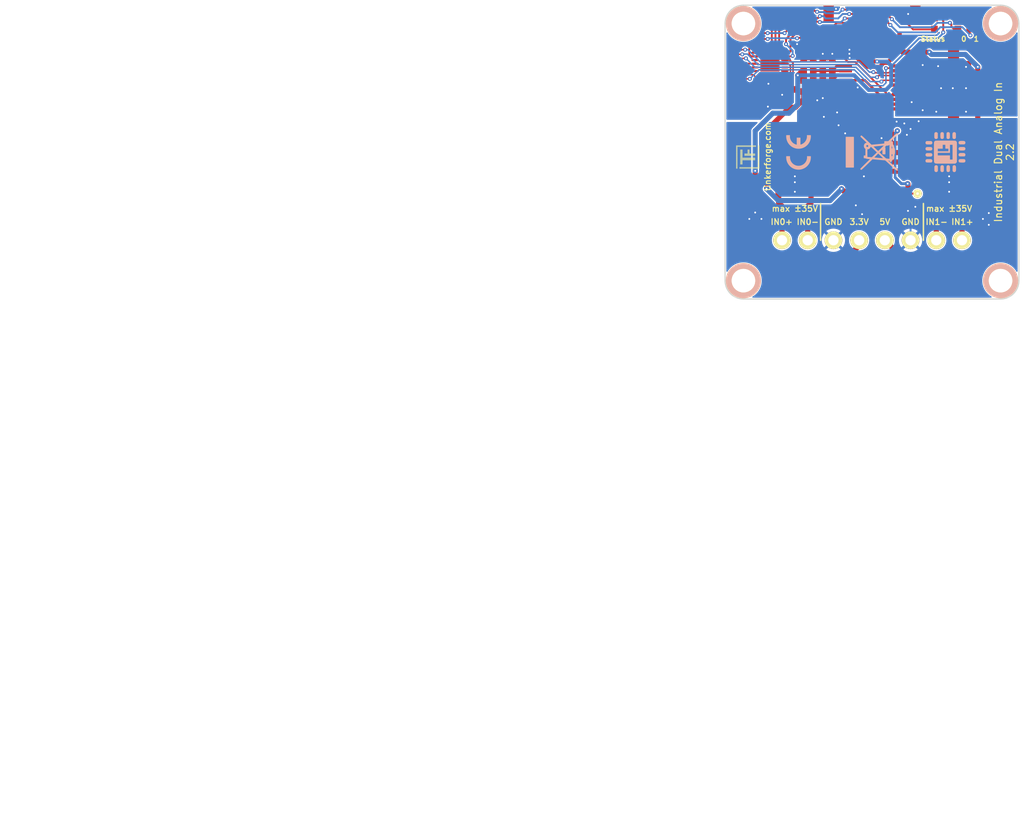
<source format=kicad_pcb>
(kicad_pcb (version 20221018) (generator pcbnew)
  (title_block (title "Industrial Dual Analog In") (date "2023-01-26") (rev "2.2") (company "Tinkerforge GmbH") (comment 1 "Copyright (©) 2023, B.Nordmeyer <bastian@tinkerforge.com>"))
  (layers (0 "F.Cu" signal) (31 "B.Cu" signal) (34 "B.Paste" user) (35 "F.Paste" user) (36 "B.SilkS" user "B.Silkscreen") (37 "F.SilkS" user "F.Silkscreen") (38 "B.Mask" user) (39 "F.Mask" user) (44 "Edge.Cuts" user))
  (net 0 "")
  (net 1 "AGND")
  (net 2 "+3.3VADC")
  (net 3 "-VAA")
  (net 4 "3V3")
  (net 5 "Net-(C5-Pad1)")
  (net 6 "Net-(C5-Pad2)")
  (net 7 "DGND")
  (net 8 "Net-(C8-Pad2)")
  (net 9 "Net-(C9-Pad2)")
  (net 10 "ADC0")
  (net 11 "ADC1")
  (net 12 "Net-(C12-Pad2)")
  (net 13 "Net-(C14-Pad2)")
  (net 14 "Net-(C18-Pad1)")
  (net 15 "Net-(C21-Pad1)")
  (net 16 "+3.3VP")
  (net 17 "+5V")
  (net 18 "Net-(P1-Pad4)")
  (net 19 "Net-(P1-Pad5)")
  (net 20 "Net-(P1-Pad6)")
  (net 21 "Net-(P3-Pad2)")
  (net 22 "Net-(P3-Pad1)")
  (net 23 "Net-(P3-Pad7)")
  (net 24 "Net-(P3-Pad8)")
  (net 25 "Net-(R5-Pad2)")
  (net 26 "Net-(R13-Pad1)")
  (net 27 "Net-(R10-Pad2)")
  (net 28 "Net-(C15-Pad2)")
  (net 29 "Net-(C17-Pad1)")
  (net 30 "Net-(C20-Pad1)")
  (net 31 "Net-(R3-Pad2)")
  (net 32 "Net-(R6-Pad2)")
  (net 33 "Net-(R15-Pad1)")
  (net 34 "Net-(R11-Pad2)")
  (net 35 "Net-(D1-Pad2)")
  (net 36 "Net-(D2-Pad2)")
  (net 37 "Net-(D3-Pad2)")
  (net 38 "Net-(C23-Pad1)")
  (net 39 "Net-(P4-Pad1)")
  (net 40 "Net-(P5-Pad2)")
  (net 41 "M-MOSI")
  (net 42 "S-MISO")
  (net 43 "S-MOSI")
  (net 44 "S-CLK")
  (net 45 "S-CS")
  (net 46 "M-CS")
  (net 47 "M-CLK")
  (net 48 "M-MISO")
  (net 49 "Net-(RP2-Pad6)")
  (net 50 "Net-(RP2-Pad7)")
  (net 51 "Net-(RP2-Pad8)")
  (net 52 "P0.2")
  (net 53 "Net-(D4-Pad2)")
  (net 54 "Net-(D5-Pad2)")
  (net 55 "LEDS")
  (net 56 "LED0")
  (net 57 "LED1")
  (footprint "tinkerforge:Fiducial_Mark" (layer "F.Cu") (at 117.1 112.5)
    (fp_text reference "Fiducial_Mark" hide)
    (fp_text value "VAL**" hide)
  )
  (footprint "tinkerforge:Fiducial_Mark" (layer "F.Cu") (at 154.1 87.5)
    (fp_text reference "Fiducial_Mark" hide)
    (fp_text value "VAL**" hide)
  )
  (footprint "tinkerforge:Fiducial_Mark" (layer "F.Cu") (at 153.1 113.5)
    (fp_text reference "Fiducial_Mark" hide)
    (fp_text value "VAL**" hide)
  )
  (footprint "logo:Logo_31x31" (layer "F.Cu") (at 117.1 102.25 90)
    (fp_text reference "G***" hide)
    (fp_text value "Logo_31x31" hide)
  )
  (footprint "kicad-libraries:SOD-323" (layer "F.Cu") (at 151.5 110.425 -90)
    (fp_text reference "D1")
    (fp_text value "CDSOD323-T05SC")
  )
  (footprint "kicad-libraries:SOD-323" (layer "F.Cu") (at 119.7 110.425 -90)
    (fp_text reference "D2")
    (fp_text value "CDSOD323-T03SC")
  )
  (footprint "kicad-libraries:OQ_8P" (layer "F.Cu") (at 135.6 112)
    (fp_text reference "P3")
    (fp_text value "CONN_8")
  )
  (footprint "kicad-libraries:SOIC8" (layer "F.Cu") (at 135.6 100.7 90)
    (fp_text reference "U1")
    (fp_text value "TLV272QDRQ1")
  )
  (footprint "kicad-libraries:SOT23-6" (layer "F.Cu") (at 136.75 106.45 90)
    (fp_text reference "U2")
    (fp_text value "LM2664")
  )
  (footprint "kicad-libraries:SSOP20-53" (layer "F.Cu") (at 135.6 91.2 -90)
    (fp_text reference "U4")
    (fp_text value "MCP3911")
  )
  (footprint "kicad-libraries:DRILL_NP" (layer "F.Cu") (at 153.1 117.5)
    (fp_text reference "U5" hide)
    (fp_text value "DRILL" hide)
  )
  (footprint "kicad-libraries:DRILL_NP" (layer "F.Cu") (at 153.1 82.5)
    (fp_text reference "U6" hide)
    (fp_text value "DRILL" hide)
  )
  (footprint "kicad-libraries:DRILL_NP" (layer "F.Cu") (at 118.1 82.5)
    (fp_text reference "U7" hide)
    (fp_text value "DRILL" hide)
  )
  (footprint "kicad-libraries:DRILL_NP" (layer "F.Cu") (at 118.1 117.5)
    (fp_text reference "U8" hide)
    (fp_text value "DRILL" hide)
  )
  (footprint "kicad-libraries:PINTST" (layer "F.Cu") (at 141.8 105.65)
    (fp_text reference "P2" hide)
    (fp_text value "CONN_1" hide)
  )
  (footprint "kicad-libraries:F1206" (layer "F.Cu") (at 150.7 104.4 -90)
    (fp_text reference "F1")
    (fp_text value "OZCJ0035FF2G")
  )
  (footprint "kicad-libraries:F1206" (layer "F.Cu") (at 119.7 105 -90)
    (fp_text reference "F2")
    (fp_text value "OZCJ0035FF2G")
  )
  (footprint "kicad-libraries:C0603F" (layer "F.Cu") (at 134 86.6 180)
    (fp_text reference "C24")
    (fp_text value "1uF")
  )
  (footprint "kicad-libraries:C0603F" (layer "F.Cu") (at 124.12 91.47)
    (fp_text reference "C25")
    (fp_text value "100nF")
  )
  (footprint "kicad-libraries:CON-SENSOR2" (layer "F.Cu") (at 135.6 80 180)
    (fp_text reference "P1")
    (fp_text value "CON-SENSOR2")
  )
  (footprint "kicad-libraries:DEBUG_PAD" (layer "F.Cu") (at 119.8 91.3)
    (fp_text reference "P4")
    (fp_text value "DEBUG")
  )
  (footprint "kicad-libraries:SolderJumper" (layer "F.Cu") (at 121.43 92.83 90)
    (fp_text reference "P5")
    (fp_text value "DEBUG")
  )
  (footprint "kicad-libraries:4X0402" (layer "F.Cu") (at 126.7 83.7 90)
    (fp_text reference "RP1")
    (fp_text value "82")
  )
  (footprint "kicad-libraries:4X0402" (layer "F.Cu") (at 117.92 88.72 -90)
    (fp_text reference "RP2")
    (fp_text value "82")
  )
  (footprint "kicad-libraries:QFN24-4x4mm-0.5mm" (layer "F.Cu") (at 121.71 87.72 90)
    (fp_text reference "U3")
    (fp_text value "XMC1100")
  )
  (footprint "kicad-libraries:C0603F" (layer "F.Cu") (at 133.7 104.1 180)
    (fp_text reference "C1")
    (fp_text value "100nF")
  )
  (footprint "kicad-libraries:C0603F" (layer "F.Cu") (at 138.125 96.65 90)
    (fp_text reference "C2")
    (fp_text value "100nF")
  )
  (footprint "kicad-libraries:C0603F" (layer "F.Cu") (at 134.25 106.45 -90)
    (fp_text reference "C3")
    (fp_text value "3.3µF")
  )
  (footprint "kicad-libraries:C0603F" (layer "F.Cu") (at 140.5 106.45 -90)
    (fp_text reference "C4")
    (fp_text value "3.3µF")
  )
  (footprint "kicad-libraries:C0603F" (layer "F.Cu") (at 136.75 104.1)
    (fp_text reference "C5")
    (fp_text value "3.3µF")
  )
  (footprint "kicad-libraries:C0603F" (layer "F.Cu") (at 139.2 106.45 90)
    (fp_text reference "C6")
    (fp_text value "100nF")
  )
  (footprint "kicad-libraries:C0805" (layer "F.Cu") (at 137.2 86.5)
    (fp_text reference "C7")
    (fp_text value "10uF")
  )
  (footprint "kicad-libraries:C0603F" (layer "F.Cu") (at 142.5 89.75 -90)
    (fp_text reference "C8")
    (fp_text value "18pF")
  )
  (footprint "kicad-libraries:C0603F" (layer "F.Cu") (at 142.5 92.65 90)
    (fp_text reference "C9")
    (fp_text value "18pF")
  )
  (footprint "kicad-libraries:C0603F" (layer "F.Cu") (at 132.6 96.65 90)
    (fp_text reference "C10")
    (fp_text value "1nF")
  )
  (footprint "kicad-libraries:C0603F" (layer "F.Cu") (at 136.825 96.65 90)
    (fp_text reference "C11")
    (fp_text value "1nF")
  )
  (footprint "kicad-libraries:C0603F" (layer "F.Cu") (at 130.2 88.1 -90)
    (fp_text reference "C12")
    (fp_text value "100nF")
  )
  (footprint "kicad-libraries:C0603F" (layer "F.Cu") (at 128.9 88.1 -90)
    (fp_text reference "C13")
    (fp_text value "10µF")
  )
  (footprint "kicad-libraries:C0603F" (layer "F.Cu") (at 129.9 94.4 90)
    (fp_text reference "C14")
    (fp_text value "100nF")
  )
  (footprint "kicad-libraries:C0603F" (layer "F.Cu") (at 130.2 91 90)
    (fp_text reference "C15")
    (fp_text value "100nF")
  )
  (footprint "kicad-libraries:C0603F" (layer "F.Cu") (at 128.9 91 90)
    (fp_text reference "C16")
    (fp_text value "10µF")
  )
  (footprint "kicad-libraries:C0603F" (layer "F.Cu") (at 126.05 103.3 -90)
    (fp_text reference "C17")
    (fp_text value "15pF")
  )
  (footprint "kicad-libraries:C0603F" (layer "F.Cu") (at 125.1 101.2)
    (fp_text reference "C18")
    (fp_text value "150pF")
  )
  (footprint "kicad-libraries:C0603F" (layer "F.Cu") (at 124.15 103.3 90)
    (fp_text reference "C19")
    (fp_text value "15pF")
  )
  (footprint "kicad-libraries:C0603F" (layer "F.Cu") (at 145.175 103.3 -90)
    (fp_text reference "C20")
    (fp_text value "15pF")
  )
  (footprint "kicad-libraries:C0603F" (layer "F.Cu") (at 146.1 101.2 180)
    (fp_text reference "C21")
    (fp_text value "150pF")
  )
  (footprint "kicad-libraries:C0603F" (layer "F.Cu") (at 147.05 103.3 90)
    (fp_text reference "C22")
    (fp_text value "15pF")
  )
  (footprint "kicad-libraries:D0603F" (layer "F.Cu") (at 144.1 82.5 -90)
    (fp_text reference "D3")
    (fp_text value "blue")
  )
  (footprint "kicad-libraries:C0603F" (layer "F.Cu") (at 126.3 91 90)
    (fp_text reference "FB1")
    (fp_text value "FILTER")
  )
  (footprint "kicad-libraries:C0603F" (layer "F.Cu") (at 126.3 88.1 -90)
    (fp_text reference "FB2")
    (fp_text value "FILTER")
  )
  (footprint "kicad-libraries:R0603F" (layer "F.Cu") (at 141 95.1 -90)
    (fp_text reference "R1")
    (fp_text value "0")
  )
  (footprint "kicad-libraries:R0603F" (layer "F.Cu") (at 141.2 91.2 -90)
    (fp_text reference "R2")
    (fp_text value "1M")
  )
  (footprint "kicad-libraries:R0603F" (layer "F.Cu") (at 129.6 85.7)
    (fp_text reference "R3")
    (fp_text value "100k")
  )
  (footprint "kicad-libraries:R0603F" (layer "F.Cu") (at 133.9 96.65 -90)
    (fp_text reference "R5")
    (fp_text value "68.1")
  )
  (footprint "kicad-libraries:R0603F" (layer "F.Cu") (at 135.375 96.65 -90)
    (fp_text reference "R6")
    (fp_text value "68.1")
  )
  (footprint "kicad-libraries:R0603F" (layer "F.Cu") (at 127.6 88.1 -90)
    (fp_text reference "R7")
    (fp_text value "10")
  )
  (footprint "kicad-libraries:R0603F" (layer "F.Cu") (at 131.05 100.9 90)
    (fp_text reference "R8")
    (fp_text value "4k7/10ppm")
  )
  (footprint "kicad-libraries:R0603F" (layer "F.Cu") (at 140.275 102.15 90)
    (fp_text reference "R9")
    (fp_text value "4k7/10ppm")
  )
  (footprint "kicad-libraries:R0603F" (layer "F.Cu") (at 131.05 98 -90)
    (fp_text reference "R10")
    (fp_text value "4k7/10ppm")
  )
  (footprint "kicad-libraries:R0603F" (layer "F.Cu") (at 140.275 99.25 -90)
    (fp_text reference "R11")
    (fp_text value "4k7/10ppm")
  )
  (footprint "kicad-libraries:R0603F" (layer "F.Cu") (at 127.6 91 90)
    (fp_text reference "R12")
    (fp_text value "10")
  )
  (footprint "kicad-libraries:R0603F" (layer "F.Cu") (at 127.2 100.4 -90)
    (fp_text reference "R13")
    (fp_text value "280k/10ppm")
  )
  (footprint "kicad-libraries:R0603F" (layer "F.Cu") (at 123 100.4 -90)
    (fp_text reference "R14")
    (fp_text value "280k/10ppm")
  )
  (footprint "kicad-libraries:R0603F" (layer "F.Cu") (at 144 100.4 -90)
    (fp_text reference "R15")
    (fp_text value "280k/10ppm")
  )
  (footprint "kicad-libraries:R0603F" (layer "F.Cu") (at 148.2 100.4 -90)
    (fp_text reference "R16")
    (fp_text value "280k/10ppm")
  )
  (footprint "kicad-libraries:R0603F" (layer "F.Cu") (at 127.35 103.3 -90)
    (fp_text reference "R17")
    (fp_text value "10")
  )
  (footprint "kicad-libraries:R0603F" (layer "F.Cu") (at 122.85 103.3 -90)
    (fp_text reference "R18")
    (fp_text value "10")
  )
  (footprint "kicad-libraries:R0603F" (layer "F.Cu") (at 143.875 103.3 -90)
    (fp_text reference "R19")
    (fp_text value "10")
  )
  (footprint "kicad-libraries:R0603F" (layer "F.Cu") (at 148.35 103.3 -90)
    (fp_text reference "R20")
    (fp_text value "10")
  )
  (footprint "kicad-libraries:R0603F" (layer "F.Cu") (at 126.55 105.4 180)
    (fp_text reference "R21")
    (fp_text value "100k")
  )
  (footprint "kicad-libraries:R0603F" (layer "F.Cu") (at 123.65 105.4 180)
    (fp_text reference "R22")
    (fp_text value "100k")
  )
  (footprint "kicad-libraries:R0603F" (layer "F.Cu") (at 144.65 105.4)
    (fp_text reference "R23")
    (fp_text value "100k")
  )
  (footprint "kicad-libraries:R0603F" (layer "F.Cu") (at 147.55 105.4)
    (fp_text reference "R24")
    (fp_text value "100k")
  )
  (footprint "kicad-libraries:D0603F" (layer "F.Cu") (at 148.9 82.5 -90)
    (fp_text reference "D4")
    (fp_text value "blue")
  )
  (footprint "kicad-libraries:D0603F" (layer "F.Cu") (at 147.3 82.5 -90)
    (fp_text reference "D5")
    (fp_text value "blue")
  )
  (footprint "kicad-libraries:4X0402" (layer "F.Cu") (at 126.7 81.5 90)
    (fp_text reference "RP3")
    (fp_text value "1k")
  )
  (footprint "kicad-libraries:C0402F" (layer "F.Cu") (at 126.7 85.3 180)
    (fp_text reference "C23")
    (fp_text value "220pF")
  )
  (footprint "kicad-libraries:HC49_US" (layer "F.Cu") (at 146.7 91.5 -90)
    (fp_text reference "X1")
    (fp_text value "4MHz")
  )
  (footprint "kicad-libraries:CE_5mm" (layer "B.Cu") (at 125.6 100 90)
    (fp_text reference "VAL" hide)
    (fp_text value "CE_5mm" hide)
  )
  (footprint "kicad-libraries:WEEE_7mm" (layer "B.Cu") (at 135.6 100 90)
    (fp_text reference "VAL" hide)
    (fp_text value "WEEE_7mm" hide)
  )
  (footprint "kicad-libraries:Logo_CoMCU" (layer "B.Cu") (at 145.6 100 90)
    (fp_text reference "G***" hide)
    (fp_text value "LOGO" hide)
  )
  (gr_line (start 142.6 107) (end 142.6 112) (stroke (width 0.2)) (layer "F.SilkS"))
  (gr_line (start 128.6 107) (end 128.6 112) (stroke (width 0.2)) (layer "F.SilkS"))
  (gr_arc (start 115.6 82.5) (mid 116.332233 80.732233) (end 118.1 80) (stroke (width 0.15)) (layer "Edge.Cuts"))
  (gr_line (start 153.1 80) (end 118.1 80) (stroke (width 0.15)) (layer "Edge.Cuts"))
  (gr_line (start 118.1 120) (end 153.1 120) (stroke (width 0.15)) (layer "Edge.Cuts"))
  (gr_line (start 115.6 82.5) (end 115.6 117.5) (stroke (width 0.15)) (layer "Edge.Cuts"))
  (gr_line (start 155.6 117.5) (end 155.6 82.5) (stroke (width 0.15)) (layer "Edge.Cuts"))
  (gr_arc (start 118.1 120) (mid 116.332233 119.267767) (end 115.6 117.5) (stroke (width 0.15)) (layer "Edge.Cuts"))
  (gr_arc (start 153.1 80) (mid 154.867767 80.732233) (end 155.6 82.5) (stroke (width 0.15)) (layer "Edge.Cuts"))
  (gr_arc (start 155.6 117.5) (mid 154.867767 119.267767) (end 153.1 120) (stroke (width 0.15)) (layer "Edge.Cuts"))
  (gr_text "5V" (at 137.35 109.5) (layer "F.SilkS") (effects (font (size 0.8 0.8))))
  (gr_text "GND" (at 140.85 109.5) (layer "F.SilkS") (effects (font (size 0.8 0.8))))
  (gr_text "Industrial Dual Analog In\n2.2" (at 153.6 100 90) (layer "F.SilkS") (effects (font (size 1 1))))
  (gr_text "max ±35V" (at 125.1 107.7) (layer "F.SilkS") (effects (font (size 0.8 0.8))))
  (gr_text "IN0-" (at 126.85 109.5) (layer "F.SilkS") (effects (font (size 0.8 0.8))))
  (gr_text "tinkerforge.com" (at 121.4 100.625 90) (layer "F.SilkS") (effects (font (size 0.8 0.8))))
  (gr_text "GND" (at 130.35 109.5) (layer "F.SilkS") (effects (font (size 0.8 0.8))))
  (gr_text "3.3V" (at 133.85 109.5) (layer "F.SilkS") (effects (font (size 0.8 0.8))))
  (gr_text "IN1-" (at 144.4 109.5) (layer "F.SilkS") (effects (font (size 0.8 0.8))))
  (gr_text "IN1+" (at 147.9 109.5) (layer "F.SilkS") (effects (font (size 0.8 0.8))))
  (gr_text "Status" (at 143.9 84.6) (layer "F.SilkS") (effects (font (size 0.7 0.7))))
  (gr_text "max ±35V" (at 146.1 107.7) (layer "F.SilkS") (effects (font (size 0.8 0.8))))
  (gr_text "0" (at 148.1 84.6) (layer "F.SilkS") (effects (font (size 0.7 0.7))))
  (gr_text "IN0+" (at 123.3 109.5) (layer "F.SilkS") (effects (font (size 0.8 0.8))))
  (gr_text "1" (at 149.8 84.6) (layer "F.SilkS") (effects (font (size 0.7 0.7))))
  (segment (start 129.5499 91.8001) (end 129.55 91.8) (width 0.7) (layer "F.Cu") (net 1))
  (segment (start 129.5501 91.8001) (end 129.55 91.8) (width 0.7) (layer "F.Cu") (net 1))
  (segment (start 125.0999 104.1001) (end 125.1 104.1) (width 0.7) (layer "F.Cu") (net 1))
  (segment (start 125.1001 104.1001) (end 125.1 104.1) (width 0.7) (layer "F.Cu") (net 1))
  (segment (start 146.0999 104.1001) (end 146.1 104.1) (width 0.7) (layer "F.Cu") (net 1))
  (segment (start 146.1001 104.1001) (end 146.1 104.1) (width 0.7) (layer "F.Cu") (net 1))
  (segment (start 134.5001 103.3001) (end 134.5 103.3) (width 0.35) (layer "F.Cu") (net 1))
  (segment (start 133.4001 107.2501) (end 133.4 107.25) (width 0.35) (layer "F.Cu") (net 1))
  (segment (start 139.05014 107.39996) (end 139.2 107.2501) (width 0.35) (layer "F.Cu") (net 1))
  (segment (start 136.8 98) (end 136.9 98.1) (width 0.7) (layer "F.Cu") (net 1))
  (segment (start 131.9501 97.4501) (end 131.95 97.45) (width 0.7) (layer "F.Cu") (net 1))
  (segment (start 140.25 97.75) (end 140.35 97.65) (width 0.7) (layer "F.Cu") (net 1))
  (segment (start 140.00076 96.10076) (end 140 96.1) (width 0.7) (layer "F.Cu") (net 1))
  (segment (start 138.9499 95.8499) (end 138.95 95.85) (width 0.7) (layer "F.Cu") (net 1))
  (segment (start 141.64924 96.10076) (end 141.95 95.8) (width 0.7) (layer "F.Cu") (net 1))
  (segment (start 141 96.7) (end 140.85 96.85) (width 0.4) (layer "F.Cu") (net 1))
  (segment (start 141.49924 107.45076) (end 141.5 107.45) (width 0.7) (layer "F.Cu") (net 1))
  (segment (start 133.325 90.875) (end 133.65 91.2) (width 0.35) (layer "F.Cu") (net 1))
  (segment (start 133.325 91.525) (end 133.65 91.2) (width 0.35) (layer "F.Cu") (net 1))
  (segment (start 130.875 92.825) (end 130.2 92.15) (width 0.4) (layer "F.Cu") (net 1))
  (segment (start 130.2 92.15) (end 130.2 91.8001) (width 0.4) (layer "F.Cu") (net 1))
  (segment (start 131.225 94.125) (end 130.85 94.5) (width 0.4) (layer "F.Cu") (net 1))
  (segment (start 130.85 94.5) (end 130.85 94.6) (width 0.4) (layer "F.Cu") (net 1))
  (segment (start 128.45 92.65) (end 128.15 92.95) (width 0.7) (layer "F.Cu") (net 1))
  (segment (start 150.7042 109.1042) (end 150.7 109.1) (width 0.7) (layer "F.Cu") (net 1))
  (segment (start 118.9042 109.1042) (end 118.9 109.1) (width 0.7) (layer "F.Cu") (net 1))
  (segment (start 120.5458 109.1042) (end 120.55 109.1) (width 0.7) (layer "F.Cu") (net 1))
  (segment (start 129.85 95.2) (end 129.9 95.15) (width 0.7) (layer "F.Cu") (net 1))
  (segment (start 136.8 98) (end 136.8 97.4501) (width 0.7) (layer "F.Cu") (net 1))
  (segment (start 141 96.10076) (end 140.00076 96.10076) (width 0.7) (layer "F.Cu") (net 1))
  (segment (start 146.7499 105.4) (end 146.1 105.4) (width 0.7) (layer "F.Cu") (net 1))
  (segment (start 132 91.525) (end 133.325 91.525) (width 0.35) (layer "F.Cu") (net 1))
  (segment (start 119.7 109.1042) (end 120.5458 109.1042) (width 0.7) (layer "F.Cu") (net 1))
  (segment (start 139.2 107.2501) (end 140.5 107.2501) (width 0.7) (layer "F.Cu") (net 1))
  (segment (start 137.94888 107.39996) (end 139.05014 107.39996) (width 0.4) (layer "F.Cu") (net 1))
  (segment (start 129.05 95.2) (end 129.85 95.2) (width 0.7) (layer "F.Cu") (net 1))
  (segment (start 132.6 97.4501) (end 131.9501 97.4501) (width 0.7) (layer "F.Cu") (net 1))
  (segment (start 129.5499 91.8001) (end 128.9 91.8001) (width 0.7) (layer "F.Cu") (net 1))
  (segment (start 133.4001 107.2501) (end 134.25 107.2501) (width 0.35) (layer "F.Cu") (net 1))
  (segment (start 130.2 91.8001) (end 129.5501 91.8001) (width 0.7) (layer "F.Cu") (net 1))
  (segment (start 134.5001 104.1) (end 134.5001 103.3001) (width 0.35) (layer "F.Cu") (net 1))
  (segment (start 146.0999 104.1001) (end 145.15 104.1001) (width 0.7) (layer "F.Cu") (net 1))
  (segment (start 141 96.10076) (end 141.64924 96.10076) (width 0.7) (layer "F.Cu") (net 1))
  (segment (start 126.05 104.1001) (end 125.1001 104.1001) (width 0.7) (layer "F.Cu") (net 1))
  (segment (start 132 94.125) (end 131.575 94.125) (width 0.35) (layer "F.Cu") (net 1))
  (segment (start 151.5 109.1042) (end 150.7042 109.1042) (width 0.7) (layer "F.Cu") (net 1))
  (segment (start 125.7499 105.4) (end 125.1 105.4) (width 0.7) (layer "F.Cu") (net 1))
  (segment (start 125.1 104.1) (end 125.1 103.3) (width 0.7) (layer "F.Cu") (net 1))
  (segment (start 132 92.825) (end 130.875 92.825) (width 0.4) (layer "F.Cu") (net 1))
  (segment (start 146.1 105.4) (end 145.4501 105.4) (width 0.7) (layer "F.Cu") (net 1))
  (segment (start 132 94.125) (end 131.225 94.125) (width 0.4) (layer "F.Cu") (net 1))
  (segment (start 128.9 91.8001) (end 128.9 92.65) (width 0.7) (layer "F.Cu") (net 1))
  (segment (start 128.9 92.65) (end 128.45 92.65) (width 0.7) (layer "F.Cu") (net 1))
  (segment (start 140.5 108) (end 140.5 107.2501) (width 0.35) (layer "F.Cu") (net 1))
  (segment (start 151.5 109.1042) (end 151.5 109.9) (width 0.7) (layer "F.Cu") (net 1))
  (segment (start 138.1 95.8499) (end 138.9499 95.8499) (width 0.7) (layer "F.Cu") (net 1))
  (segment (start 151.5 109.1042) (end 151.5 108.3) (width 0.7) (layer "F.Cu") (net 1))
  (segment (start 146.1 104.1) (end 146.1 103.3) (width 0.7) (layer "F.Cu") (net 1))
  (segment (start 134.25 107.45076) (end 134.25 108.45) (width 0.7) (layer "F.Cu") (net 1))
  (segment (start 140.5 107.45076) (end 141.49924 107.45076) (width 0.7) (layer "F.Cu") (net 1))
  (segment (start 147.05 104.1001) (end 146.1001 104.1001) (width 0.7) (layer "F.Cu") (net 1))
  (segment (start 140.25 98.4499) (end 140.25 97.75) (width 0.7) (layer "F.Cu") (net 1))
  (segment (start 125.1 105.4) (end 124.4501 105.4) (width 0.7) (layer "F.Cu") (net 1))
  (segment (start 119.7 109.1042) (end 118.9042 109.1042) (width 0.7) (layer "F.Cu") (net 1))
  (segment (start 119.7 109.1042) (end 119.7 108.225) (width 0.7) (layer "F.Cu") (net 1))
  (segment (start 132 94.125) (end 131.475 94.125) (width 0.4) (layer "F.Cu") (net 1))
  (segment (start 131.05 97.1999) (end 131.05 96.35) (width 0.7) (layer "F.Cu") (net 1))
  (segment (start 133.325 90.875) (end 132 90.875) (width 0.35) (layer "F.Cu") (net 1))
  (segment (start 125.0999 104.1001) (end 124.15 104.1001) (width 0.7) (layer "F.Cu") (net 1))
  (segment (start 141 96.10076) (end 141 96.7) (width 0.4) (layer "F.Cu") (net 1))
  (via (at 133.65 91.2) (size 0.7) (drill 0.25) (layers "F.Cu" "B.Cu") (net 1))
  (via (at 128.15 92.95) (size 0.7) (drill 0.25) (layers "F.Cu" "B.Cu") (net 1))
  (via (at 125.1 105.4) (size 0.7) (drill 0.25) (layers "F.Cu" "B.Cu") (net 1))
  (via (at 131.05 96.35) (size 0.7) (drill 0.25) (layers "F.Cu" "B.Cu") (net 1))
  (via (at 151.5 109.9) (size 0.7) (drill 0.25) (layers "F.Cu" "B.Cu") (net 1))
  (via (at 128.9 92.65) (size 0.7) (drill 0.25) (layers "F.Cu" "B.Cu") (net 1))
  (via (at 118.9 109.1) (size 0.7) (drill 0.25) (layers "F.Cu" "B.Cu") (net 1))
  (via (at 151.5 108.3) (size 0.7) (drill 0.25) (layers "F.Cu" "B.Cu") (net 1))
  (via (at 125.1 103.3) (size 0.7) (drill 0.25) (layers "F.Cu" "B.Cu") (net 1))
  (via (at 120.55 109.1) (size 0.7) (drill 0.25) (layers "F.Cu" "B.Cu") (net 1))
  (via (at 131.95 97.45) (size 0.7) (drill 0.25) (layers "F.Cu" "B.Cu") (net 1))
  (via (at 146.1 105.4) (size 0.7) (drill 0.25) (layers "F.Cu" "B.Cu") (net 1))
  (via (at 146.1 104.1) (size 0.7) (drill 0.25) (layers "F.Cu" "B.Cu") (net 1))
  (via (at 140 96.1) (size 0.7) (drill 0.25) (layers "F.Cu" "B.Cu") (net 1))
  (via (at 138.95 95.85) (size 0.7) (drill 0.25) (layers "F.Cu" "B.Cu") (net 1))
  (via (at 141.5 107.45) (size 0.7) (drill 0.25) (layers "F.Cu" "B.Cu") (net 1))
  (via (at 134.25 108.45) (size 0.7) (drill 0.25) (layers "F.Cu" "B.Cu") (net 1))
  (via (at 130.85 94.6) (size 0.7) (drill 0.25) (layers "F.Cu" "B.Cu") (net 1))
  (via (at 134.5 103.3) (size 0.7) (drill 0.25) (layers "F.Cu" "B.Cu") (net 1))
  (via (at 119.7 108.225) (size 0.7) (drill 0.25) (layers "F.Cu" "B.Cu") (net 1))
  (via (at 140.5 108) (size 0.7) (drill 0.25) (layers "F.Cu" "B.Cu") (net 1))
  (via (at 136.9 98.1) (size 0.7) (drill 0.25) (layers "F.Cu" "B.Cu") (net 1))
  (via (at 125.1 104.1) (size 0.7) (drill 0.25) (layers "F.Cu" "B.Cu") (net 1))
  (via (at 141.95 95.8) (size 0.7) (drill 0.25) (layers "F.Cu" "B.Cu") (net 1))
  (via (at 140.35 97.65) (size 0.7) (drill 0.25) (layers "F.Cu" "B.Cu") (net 1))
  (via (at 146.1 103.3) (size 0.7) (drill 0.25) (layers "F.Cu" "B.Cu") (net 1))
  (via (at 133.4 107.25) (size 0.7) (drill 0.25) (layers "F.Cu" "B.Cu") (net 1))
  (via (at 140.85 96.85) (size 0.7) (drill 0.25) (layers "F.Cu" "B.Cu") (net 1))
  (via (at 129.05 95.2) (size 0.7) (drill 0.25) (layers "F.Cu" "B.Cu") (net 1))
  (via (at 150.7 109.1) (size 0.7) (drill 0.25) (layers "F.Cu" "B.Cu") (net 1))
  (segment (start 146.1 104.3) (end 142.4 108) (width 0.254) (layer "B.Cu") (net 1))
  (segment (start 142.4 108) (end 140.5 108) (width 0.254) (layer "B.Cu") (net 1))
  (segment (start 140.85018 108.35018) (end 140.5 108) (width 0.254) (layer "B.Cu") (net 1))
  (segment (start 134.15 108) (end 133.4 107.25) (width 0.254) (layer "B.Cu") (net 1))
  (segment (start 134.5 106.15) (end 133.4 107.25) (width 0.254) (layer "B.Cu") (net 1))
  (segment (start 131.95 97.25) (end 131.05 96.35) (width 0.254) (layer "B.Cu") (net 1))
  (segment (start 136.25 97.45) (end 136.9 98.1) (width 0.254) (layer "B.Cu") (net 1))
  (segment (start 127.84982 109.5) (end 120.95 109.5) (width 0.254) (layer "B.Cu") (net 1))
  (segment (start 120.95 109.5) (end 120.55 109.1) (width 0.254) (layer "B.Cu") (net 1))
  (segment (start 133.89982 108.45) (end 134.25 108.45) (width 0.254) (layer "B.Cu") (net 1))
  (segment (start 119.7 108.225) (end 119.1 107.625) (width 0.254) (layer "B.Cu") (net 1))
  (segment (start 131.95 97.45) (end 136.25 97.45) (width 0.254) (layer "B.Cu") (net 1))
  (segment (start 131.95 97.45) (end 131.95 97.25) (width 0.254) (layer "B.Cu") (net 1))
  (segment (start 125.1 103.3) (end 125.1 100.95) (width 0.254) (layer "B.Cu") (net 1))
  (segment (start 134.5 103.3) (end 134.5 106.15) (width 0.254) (layer "B.Cu") (net 1))
  (segment (start 125 103.4) (end 125.1 103.3) (width 0.254) (layer "B.Cu") (net 1))
  (segment (start 119.1 105.4) (end 121.1 103.4) (width 0.254) (layer "B.Cu") (net 1))
  (segment (start 130.34982 112) (end 127.84982 109.5) (width 0.254) (layer "B.Cu") (net 1))
  (segment (start 130.34982 112) (end 133.89982 108.45) (width 0.254) (layer "B.Cu") (net 1))
  (segment (start 121.1 103.4) (end 125 103.4) (width 0.254) (layer "B.Cu") (net 1))
  (segment (start 129.7 96.35) (end 131.05 96.35) (width 0.254) (layer "B.Cu") (net 1))
  (segment (start 140.85018 112) (end 140.85018 108.35018) (width 0.254) (layer "B.Cu") (net 1))
  (segment (start 140.5 108) (end 134.15 108) (width 0.254) (layer "B.Cu") (net 1))
  (segment (start 119.1 107.625) (end 119.1 105.4) (width 0.254) (layer "B.Cu") (net 1))
  (segment (start 146.1 103.4) (end 146.1 104.3) (width 0.254) (layer "B.Cu") (net 1))
  (segment (start 125.1 100.95) (end 129.7 96.35) (width 0.254) (layer "B.Cu") (net 1))
  (segment (start 132.90252 104.09738) (end 132.8999 104.1) (width 0.7) (layer "F.Cu") (net 2))
  (segment (start 132.8999 104.8999) (end 132.9 104.9) (width 0.7) (layer "F.Cu") (net 2))
  (segment (start 134.39986 105.50004) (end 134.25 105.6499) (width 0.35) (layer "F.Cu") (net 2))
  (segment (start 133.6499 105.6499) (end 132.9 104.9) (width 0.35) (layer "F.Cu") (net 2))
  (segment (start 135.15 106.45) (end 134.3499 105.6499) (width 0.4) (layer "F.Cu") (net 2))
  (segment (start 134.3499 105.6499) (end 134.25 105.6499) (width 0.35) (layer "F.Cu") (net 2))
  (segment (start 134.39986 105.50004) (end 134.25 105.6499) (width 0.35) (layer "F.Cu") (net 2))
  (segment (start 131.89924 105.44924) (end 131.45 105) (width 0.7) (layer "F.Cu") (net 2))
  (segment (start 121.25 105) (end 121.25 97.05) (width 0.7) (layer "F.Cu") (net 2))
  (segment (start 124.4 93.9) (end 125.2 93.9) (width 0.7) (layer "F.Cu") (net 2))
  (segment (start 125.2 93.9) (end 126.3 92.8) (width 0.7) (layer "F.Cu") (net 2))
  (segment (start 126.3 92.8) (end 126.3 91.8001) (width 0.7) (layer "F.Cu") (net 2))
  (segment (start 135.55112 105.50004) (end 134.39986 105.50004) (width 0.4) (layer "F.Cu") (net 2))
  (segment (start 135.55112 106.45) (end 135.15 106.45) (width 0.4) (layer "F.Cu") (net 2))
  (segment (start 134.25 105.6499) (end 133.6499 105.6499) (width 0.35) (layer "F.Cu") (net 2))
  (segment (start 132.90252 102.60246) (end 132.90252 104.09738) (width 0.7) (layer "F.Cu") (net 2))
  (segment (start 132.8999 104.8999) (end 132.8999 104.1) (width 0.7) (layer "F.Cu") (net 2))
  (segment (start 134.25 105.44924) (end 131.89924 105.44924) (width 0.7) (layer "F.Cu") (net 2))
  (segment (start 126.3 91.8001) (end 127.6 91.8001) (width 0.7) (layer "F.Cu") (net 2))
  (segment (start 121.25 97.05) (end 124.4 93.9) (width 0.7) (layer "F.Cu") (net 2))
  (via (at 131.45 105) (size 0.7) (drill 0.25) (layers "F.Cu" "B.Cu") (net 2))
  (via (at 121.25 105) (size 0.7) (drill 0.25) (layers "F.Cu" "B.Cu") (net 2))
  (segment (start 131.45 105.05) (end 129.9 106.6) (width 0.7) (layer "B.Cu") (net 2))
  (segment (start 129.9 106.6) (end 122.85 106.6) (width 0.7) (layer "B.Cu") (net 2))
  (segment (start 122.85 106.6) (end 121.25 105) (width 0.7) (layer "B.Cu") (net 2))
  (segment (start 131.45 105) (end 131.45 105.05) (width 0.7) (layer "B.Cu") (net 2))
  (segment (start 138.2999 106.45) (end 139.1 105.6499) (width 0.4) (layer "F.Cu") (net 3))
  (segment (start 138.29748 97.64758) (end 138.1 97.4501) (width 0.35) (layer "F.Cu") (net 3))
  (segment (start 138.6999 97.4501) (end 139.05 97.1) (width 0.35) (layer "F.Cu") (net 3))
  (segment (start 140.5 104.35) (end 140.45 104.3) (width 0.7) (layer "F.Cu") (net 3))
  (segment (start 141.7999 105.6499) (end 141.8 105.65) (width 0.254) (layer "F.Cu") (net 3))
  (segment (start 137.94888 106.45) (end 138.2999 106.45) (width 0.4) (layer "F.Cu") (net 3))
  (segment (start 140.5 105.44924) (end 140.5 104.35) (width 0.7) (layer "F.Cu") (net 3))
  (segment (start 140.5 105.6499) (end 141.7999 105.6499) (width 0.254) (layer "F.Cu") (net 3))
  (segment (start 138.29748 98.79754) (end 138.29748 97.64758) (width 0.35) (layer "F.Cu") (net 3))
  (segment (start 138.1 97.4501) (end 138.6999 97.4501) (width 0.35) (layer "F.Cu") (net 3))
  (segment (start 139.1 105.6499) (end 140.5 105.6499) (width 0.7) (layer "F.Cu") (net 3))
  (via (at 139.05 97.1) (size 0.7) (drill 0.25) (layers "F.Cu" "B.Cu") (net 3))
  (via (at 140.45 104.3) (size 0.7) (drill 0.25) (layers "F.Cu" "B.Cu") (net 3))
  (segment (start 138.75 103.45) (end 138.75 97.4) (width 0.35) (layer "B.Cu") (net 3))
  (segment (start 138.75 97.4) (end 139.05 97.1) (width 0.35) (layer "B.Cu") (net 3))
  (segment (start 139.6 104.3) (end 138.75 103.45) (width 0.4) (layer "B.Cu") (net 3))
  (segment (start 140.45 104.3) (end 139.6 104.3) (width 0.4) (layer "B.Cu") (net 3))
  (segment (start 125.5 89.55) (end 126.1499 88.9001) (width 0.7) (layer "F.Cu") (net 4))
  (segment (start 126.1499 88.9001) (end 126.3 88.9001) (width 0.7) (layer "F.Cu") (net 4))
  (segment (start 126.1499 90.1999) (end 125.5 89.55) (width 0.7) (layer "F.Cu") (net 4))
  (segment (start 136.09924 86.6) (end 136.19924 86.5) (width 0.55) (layer "F.Cu") (net 4))
  (segment (start 124.42 87.47) (end 124.85 87.9) (width 0.2) (layer "F.Cu") (net 4))
  (segment (start 124.85 87.9) (end 124.85 91.45) (width 0.2) (layer "F.Cu") (net 4))
  (segment (start 124.85 91.45) (end 124.87 91.47) (width 0.2) (layer "F.Cu") (net 4))
  (segment (start 136.85 85.5) (end 137.18 85.83) (width 0.4) (layer "F.Cu") (net 4))
  (segment (start 137.18 85.83) (end 137.18 86.29) (width 0.4) (layer "F.Cu") (net 4))
  (segment (start 137.18 86.29) (end 136.97 86.5) (width 0.4) (layer "F.Cu") (net 4))
  (segment (start 136.97 86.5) (end 136.19924 86.5) (width 0.4) (layer "F.Cu") (net 4))
  (segment (start 125.21 91.47) (end 125.5 91.18) (width 0.25) (layer "F.Cu") (net 4))
  (segment (start 125.5 91.18) (end 125.5 89.55) (width 0.25) (layer "F.Cu") (net 4))
  (segment (start 134.75 87.21) (end 135.2 87.66) (width 0.55) (layer "F.Cu") (net 4))
  (segment (start 135.2 87.66) (end 136.29 87.66) (width 0.55) (layer "F.Cu") (net 4))
  (segment (start 144.95 81.75) (end 144.1 81.75) (width 0.25) (layer "F.Cu") (net 4))
  (segment (start 145.3 83.7) (end 145.3 82.1) (width 0.254) (layer "F.Cu") (net 4))
  (segment (start 145.3 82.1) (end 144.95 81.75) (width 0.254) (layer "F.Cu") (net 4))
  (segment (start 147.3 81.75) (end 148.9 81.75) (width 0.25) (layer "F.Cu") (net 4))
  (segment (start 123.735 87.47) (end 124.42 87.47) (width 0.2) (layer "F.Cu") (net 4))
  (segment (start 124.87 91.47) (end 125.21 91.47) (width 0.25) (layer "F.Cu") (net 4))
  (segment (start 136.85 84.6) (end 136.85 85.5) (width 0.4) (layer "F.Cu") (net 4))
  (segment (start 119.7 103.49886) (end 119.7 102.55) (width 0.7) (layer "F.Cu") (net 4))
  (segment (start 144.95 81.75) (end 147.3 81.75) (width 0.25) (layer "F.Cu") (net 4))
  (segment (start 134.75 86.6) (end 134.75 87.21) (width 0.55) (layer "F.Cu") (net 4))
  (segment (start 134.75 86.6) (end 136.09924 86.6) (width 0.55) (layer "F.Cu") (net 4))
  (segment (start 126.3 90.1999) (end 126.1499 90.1999) (width 0.7) (layer "F.Cu") (net 4))
  (via (at 125.5 89.55) (size 0.7) (drill 0.25) (layers "F.Cu" "B.Cu") (net 4))
  (via (at 119.7 102.55) (size 0.7) (drill 0.25) (layers "F.Cu" "B.Cu") (net 4))
  (via (at 136.29 87.66) (size 0.55) (drill 0.25) (layers "F.Cu" "B.Cu") (net 4))
  (via (at 145.3 83.7) (size 0.55) (drill 0.25) (layers "F.Cu" "B.Cu") (net 4))
  (segment (start 125.5 93.5) (end 124.3 94.7) (width 0.7) (layer "B.Cu") (net 4))
  (segment (start 119.7 102.55) (end 119.7 97.1) (width 0.7) (layer "B.Cu") (net 4))
  (segment (start 119.7 97.1) (end 122.1 94.7) (width 0.7) (layer "B.Cu") (net 4))
  (segment (start 136.29 87.66) (end 136.31 87.68) (width 0.55) (layer "B.Cu") (net 4))
  (segment (start 136.31 87.68) (end 137.66 87.68) (width 0.55) (layer "B.Cu") (net 4))
  (segment (start 137.66 87.68) (end 138.22 88.24) (width 0.55) (layer "B.Cu") (net 4))
  (segment (start 138.22 88.24) (end 138.22 88.3) (width 0.55) (layer "B.Cu") (net 4))
  (segment (start 138.22 90.81) (end 137.5 91.53) (width 0.55) (layer "B.Cu") (net 4))
  (segment (start 137.5 91.53) (end 135.15 91.53) (width 0.55) (layer "B.Cu") (net 4))
  (segment (start 135.15 91.53) (end 133.17 89.55) (width 0.55) (layer "B.Cu") (net 4))
  (segment (start 133.17 89.55) (end 125.5 89.55) (width 0.55) (layer "B.Cu") (net 4))
  (segment (start 138.22 88.3) (end 138.22 90.81) (width 0.55) (layer "B.Cu") (net 4))
  (segment (start 142.02 84.5) (end 144.6 84.5) (width 0.254) (layer "B.Cu") (net 4))
  (segment (start 144.6 84.5) (end 145.3 83.8) (width 0.254) (layer "B.Cu") (net 4))
  (segment (start 145.3 83.8) (end 145.3 83.7) (width 0.254) (layer "B.Cu") (net 4))
  (segment (start 138.26 88.26) (end 142.02 84.5) (width 0.254) (layer "B.Cu") (net 4))
  (segment (start 124.3 94.7) (end 122.1 94.7) (width 0.7) (layer "B.Cu") (net 4))
  (segment (start 138.22 88.3) (end 138.26 88.26) (width 0.25) (layer "B.Cu") (net 4))
  (segment (start 125.5 89.55) (end 125.5 93.5) (width 0.7) (layer "B.Cu") (net 4))
  (segment (start 135.9499 104.2999) (end 136.45 104.8) (width 0.4) (layer "F.Cu") (net 5))
  (segment (start 136.45 104.8) (end 136.45 106.9) (width 0.4) (layer "F.Cu") (net 5))
  (segment (start 136.45 106.9) (end 135.95004 107.39996) (width 0.4) (layer "F.Cu") (net 5))
  (segment (start 135.95004 107.39996) (end 135.55112 107.39996) (width 0.35) (layer "F.Cu") (net 5))
  (segment (start 135.9499 104.1) (end 135.9499 104.2999) (width 0.35) (layer "F.Cu") (net 5))
  (segment (start 137.45004 105.50004) (end 137.25 105.3) (width 0.4) (layer "F.Cu") (net 6))
  (segment (start 137.25 105.3) (end 137.25 104.4001) (width 0.4) (layer "F.Cu") (net 6))
  (segment (start 137.25 104.4001) (end 137.5501 104.1) (width 0.4) (layer "F.Cu") (net 6))
  (segment (start 137.94888 105.50004) (end 137.45004 105.50004) (width 0.4) (layer "F.Cu") (net 6))
  (segment (start 129.5499 87.2999) (end 129.55 87.3) (width 0.4) (layer "F.Cu") (net 7))
  (segment (start 129.5501 87.2999) (end 129.55 87.3) (width 0.4) (layer "F.Cu") (net 7))
  (segment (start 140.97424 94.125) (end 141 94.09924) (width 0.35) (layer "F.Cu") (net 7))
  (segment (start 141.69924 94.09924) (end 141.9 94.3) (width 0.7) (layer "F.Cu") (net 7))
  (segment (start 141.9 94.3) (end 142.5 94.3) (width 0.7) (layer "F.Cu") (net 7))
  (segment (start 142.6 94.3) (end 142.8 94.5) (width 0.254) (layer "F.Cu") (net 7))
  (segment (start 142.8 94.5) (end 144.35 94.5) (width 0.254) (layer "F.Cu") (net 7))
  (segment (start 120.88 93.18) (end 121.05 93.35) (width 0.2) (layer "F.Cu") (net 7))
  (segment (start 121.05 93.35) (end 121.47 93.35) (width 0.2) (layer "F.Cu") (net 7))
  (segment (start 121.47 93.35) (end 121.43 93.33) (width 0.2) (layer "F.Cu") (net 7))
  (segment (start 121.84 93.33) (end 121.97 93.2) (width 0.2) (layer "F.Cu") (net 7))
  (segment (start 121.97 93.2) (end 121.97 92.98) (width 0.2) (layer "F.Cu") (net 7))
  (segment (start 121.97 92.98) (end 121.98 93.055) (width 0.2) (layer "F.Cu") (net 7))
  (segment (start 138.1 86.39924) (end 138.20076 86.5) (width 0.55) (layer "F.Cu") (net 7))
  (segment (start 133.13 86.6) (end 132.56 87.17) (width 0.55) (layer "F.Cu") (net 7))
  (segment (start 132.54 86.6) (end 132.52 86.62) (width 0.55) (layer "F.Cu") (net 7))
  (segment (start 132.53 86.06) (end 133.07 86.6) (width 0.55) (layer "F.Cu") (net 7))
  (segment (start 132.53 86.61) (end 132.52 86.62) (width 0.55) (layer "F.Cu") (net 7))
  (segment (start 132.56 87.11) (end 132.52 87.07) (width 0.55) (layer "F.Cu") (net 7))
  (segment (start 132.52 87.07) (end 132.52 86.62) (width 0.55) (layer "F.Cu") (net 7))
  (segment (start 124.19 87.97) (end 124.499998 88.279998) (width 0.2) (layer "F.Cu") (net 7))
  (segment (start 124.499998 88.279998) (end 124.499998 90.070002) (width 0.2) (layer "F.Cu") (net 7))
  (segment (start 124.499998 90.070002) (end 123.37 91.2) (width 0.2) (layer "F.Cu") (net 7))
  (segment (start 123.37 91.2) (end 123.37 91.47) (width 0.2) (layer "F.Cu") (net 7))
  (segment (start 122.76 87.97) (end 122.36 88.37) (width 0.2) (layer "F.Cu") (net 7))
  (segment (start 138.20076 87.34924) (end 137.7 87.85) (width 0.55) (layer "F.Cu") (net 7))
  (segment (start 137.7 87.85) (end 137.2 87.85) (width 0.55) (layer "F.Cu") (net 7))
  (segment (start 137.2 87.85) (end 136.66 88.39) (width 0.55) (layer "F.Cu") (net 7))
  (segment (start 136.66 88.39) (end 134.77 88.39) (width 0.55) (layer "F.Cu") (net 7))
  (segment (start 134.77 88.39) (end 133.25 86.87) (width 0.55) (layer "F.Cu") (net 7))
  (segment (start 133.25 86.87) (end 133.25 86.6) (width 0.55) (layer "F.Cu") (net 7))
  (segment (start 130.4 80.5) (end 130.7 80.5) (width 0.55) (layer "F.Cu") (net 7))
  (segment (start 146.3 91.3) (end 146.6 91.3) (width 0.7) (layer "F.Cu") (net 7))
  (segment (start 128.9 87.35) (end 128.9 86.62) (width 0.55) (layer "F.Cu") (net 7))
  (segment (start 148.4 91.3) (end 148.4 88.4) (width 0.7) (layer "F.Cu") (net 7))
  (segment (start 123.735 87.97) (end 124.19 87.97) (width 0.2) (layer "F.Cu") (net 7))
  (segment (start 130.2 87.2999) (end 129.5501 87.2999) (width 0.4) (layer "F.Cu") (net 7))
  (segment (start 129.7 81.2) (end 130.4 80.5) (width 0.55) (layer "F.Cu") (net 7))
  (segment (start 133.25 86.6) (end 133.2 86.6) (width 0.55) (layer "F.Cu") (net 7))
  (segment (start 138.1 84.6) (end 138.1 86.39924) (width 0.55) (layer "F.Cu") (net 7))
  (segment (start 132.56 87.17) (end 132.56 87.11) (width 0.55) (layer "F.Cu") (net 7))
  (segment (start 121.06 87.07) (end 122.36 87.07) (width 0.2) (layer "F.Cu") (net 7))
  (segment (start 146.3 91.3) (end 148.4 91.3) (width 0.7) (layer "F.Cu") (net 7))
  (segment (start 139.2 94.125) (end 140.97424 94.125) (width 0.35) (layer "F.Cu") (net 7))
  (segment (start 142.5 94.3) (end 142.6 94.3) (width 0.254) (layer "F.Cu") (net 7))
  (segment (start 133.25 86.6) (end 133.13 86.6) (width 0.55) (layer "F.Cu") (net 7))
  (segment (start 123.735 87.97) (end 122.76 87.97) (width 0.3) (layer "F.Cu") (net 7))
  (segment (start 141 94.09924) (end 141 93.2) (width 0.7) (layer "F.Cu") (net 7))
  (segment (start 145 91.3) (end 146.3 91.3) (width 0.7) (layer "F.Cu") (net 7))
  (segment (start 121.06 87.07) (end 121.06 88.37) (width 0.2) (layer "F.Cu") (net 7))
  (segment (start 133.25 86.6) (end 132.54 86.6) (width 0.55) (layer "F.Cu") (net 7))
  (segment (start 141.5 81.2) (end 140.52 81.2) (width 0.55) (layer "F.Cu") (net 7))
  (segment (start 121.46 89.745) (end 121.46 90.66) (width 0.2) (layer "F.Cu") (net 7))
  (segment (start 133.25 86.6) (end 133.25 86.75) (width 0.55) (layer "F.Cu") (net 7))
  (segment (start 142.5 88.15) (end 142.5 88.9499) (width 0.254) (layer "F.Cu") (net 7))
  (segment (start 121.43 93.33) (end 121.84 93.33) (width 0.2) (layer "F.Cu") (net 7))
  (segment (start 123.37 91.47) (end 123.37 92.2) (width 0.55) (layer "F.Cu") (net 7))
  (segment (start 138.20076 86.5) (end 138.20076 87.34924) (width 0.55) (layer "F.Cu") (net 7))
  (segment (start 142.5 94.3) (end 142.5 93.4501) (width 0.7) (layer "F.Cu") (net 7))
  (segment (start 122.36 88.37) (end 121.06 88.37) (width 0.2) (layer "F.Cu") (net 7))
  (segment (start 126.05 85.3) (end 125.4 85.3) (width 0.55) (layer "F.Cu") (net 7))
  (segment (start 130.2 87.35) (end 130.2 86.62) (width 0.55) (layer "F.Cu") (net 7))
  (segment (start 122.36 87.07) (end 122.36 88.37) (width 0.2) (layer "F.Cu") (net 7))
  (segment (start 121.46 90.66) (end 121.5 90.7) (width 0.2) (layer "F.Cu") (net 7))
  (segment (start 121.43 93.33) (end 121.43 93.81) (width 0.2) (layer "F.Cu") (net 7))
  (segment (start 141 94.09924) (end 141.69924 94.09924) (width 0.35) (layer "F.Cu") (net 7))
  (segment (start 132.53 86.06) (end 132.53 86.61) (width 0.55) (layer "F.Cu") (net 7))
  (segment (start 120.88 93.055) (end 120.88 93.18) (width 0.2) (layer "F.Cu") (net 7))
  (segment (start 129.5499 87.2999) (end 128.9 87.2999) (width 0.4) (layer "F.Cu") (net 7))
  (segment (start 148.4 91.3) (end 148.4 94.5) (width 0.7) (layer "F.Cu") (net 7))
  (via (at 121.43 93.81) (size 0.55) (drill 0.25) (layers "F.Cu" "B.Cu") (net 7))
  (via (at 146.6 91.3) (size 0.55) (drill 0.25) (layers "F.Cu" "B.Cu") (net 7))
  (via (at 140.52 81.2) (size 0.55) (drill 0.25) (layers "F.Cu" "B.Cu") (net 7))
  (via (at 130.7 80.5) (size 0.55) (drill 0.25) (layers "F.Cu" "B.Cu") (net 7))
  (via (at 141 93.2) (size 0.7) (drill 0.25) (layers "F.Cu" "B.Cu") (net 7))
  (via (at 144.35 94.5) (size 0.7) (drill 0.25) (layers "F.Cu" "B.Cu") (net 7))
  (via (at 148.4 91.3) (size 0.55) (drill 0.25) (layers "F.Cu" "B.Cu") (net 7))
  (via (at 132.53 86.06) (size 0.55) (drill 0.25) (layers "F.Cu" "B.Cu") (net 7))
  (via (at 148.4 88.4) (size 0.55) (drill 0.25) (layers "F.Cu" "B.Cu") (net 7))
  (via (at 144.6 88.3) (size 0.55) (drill 0.25) (layers "F.Cu" "B.Cu") (net 7))
  (via (at 132.56 87.17) (size 0.55) (drill 0.25) (layers "F.Cu" "B.Cu") (net 7))
  (via (at 121.5 90.7) (size 0.55) (drill 0.25) (layers "F.Cu" "B.Cu") (net 7))
  (via (at 130.2 86.62) (size 0.55) (drill 0.25) (layers "F.Cu" "B.Cu") (net 7))
  (via (at 142.5 88.15) (size 0.7) (drill 0.25) (layers "F.Cu" "B.Cu") (net 7))
  (via (at 145 91.3) (size 0.55) (drill 0.25) (layers "F.Cu" "B.Cu") (net 7))
  (via (at 123.37 92.2) (size 0.55) (drill 0.25) (layers "F.Cu" "B.Cu") (net 7))
  (via (at 132.52 86.62) (size 0.55) (drill 0.25) (layers "F.Cu" "B.Cu") (net 7))
  (via (at 128.9 86.62) (size 0.55) (drill 0.25) (layers "F.Cu" "B.Cu") (net 7))
  (via (at 125.4 85.3) (size 0.55) (drill 0.25) (layers "F.Cu" "B.Cu") (net 7))
  (via (at 142.5 94.3) (size 0.7) (drill 0.25) (layers "F.Cu" "B.Cu") (net 7))
  (via (at 148.4 94.5) (size 0.55) (drill 0.25) (layers "F.Cu" "B.Cu") (net 7))
  (segment (start 144.35 91.95) (end 145 91.3) (width 0.7) (layer "B.Cu") (net 7))
  (segment (start 144.45 88.15) (end 144.6 88.3) (width 0.7) (layer "B.Cu") (net 7))
  (segment (start 142.5 88.15) (end 144.45 88.15) (width 0.7) (layer "B.Cu") (net 7))
  (segment (start 142.5 94.3) (end 142.5 88.15) (width 0.7) (layer "B.Cu") (net 7))
  (segment (start 144.35 94.5) (end 144.35 91.95) (width 0.7) (layer "B.Cu") (net 7))
  (segment (start 140.7249 90.875) (end 141.2 90.3999) (width 0.254) (layer "F.Cu") (net 8))
  (segment (start 142.3498 90.3999) (end 142.5 90.5501) (width 0.254) (layer "F.Cu") (net 8))
  (segment (start 143.9 90.5) (end 146.7 87.7) (width 0.254) (layer "F.Cu") (net 8))
  (segment (start 146.7 87.7) (end 146.7 87.25058) (width 0.254) (layer "F.Cu") (net 8))
  (segment (start 138.975 90.875) (end 140.7249 90.875) (width 0.254) (layer "F.Cu") (net 8))
  (segment (start 142.5 90.5) (end 143.9 90.5) (width 0.254) (layer "F.Cu") (net 8))
  (segment (start 141.2 90.3999) (end 142.3498 90.3999) (width 0.254) (layer "F.Cu") (net 8))
  (segment (start 140.7249 91.525) (end 141.2 92.0001) (width 0.254) (layer "F.Cu") (net 9))
  (segment (start 142.3498 92.0001) (end 142.5 91.8499) (width 0.254) (layer "F.Cu") (net 9))
  (segment (start 143.9 91.9) (end 146.7 94.7) (width 0.254) (layer "F.Cu") (net 9))
  (segment (start 146.7 94.7) (end 146.7 95.74942) (width 0.254) (layer "F.Cu") (net 9))
  (segment (start 142.5 91.9) (end 143.9 91.9) (width 0.254) (layer "F.Cu") (net 9))
  (segment (start 141.2 92.0001) (end 142.3498 92.0001) (width 0.254) (layer "F.Cu") (net 9))
  (segment (start 138.975 91.525) (end 140.7249 91.525) (width 0.254) (layer "F.Cu") (net 9))
  (segment (start 132.6 95.45) (end 133.4 94.65) (width 0.35) (layer "F.Cu") (net 10))
  (segment (start 133.4 94.65) (end 133.4 92.5) (width 0.35) (layer "F.Cu") (net 10))
  (segment (start 133.4 92.5) (end 133.075 92.175) (width 0.35) (layer "F.Cu") (net 10))
  (segment (start 133.075 92.175) (end 132.225 92.175) (width 0.35) (layer "F.Cu") (net 10))
  (segment (start 133.9 95.8499) (end 132.6 95.8499) (width 0.35) (layer "F.Cu") (net 10))
  (segment (start 132.6 95.8499) (end 132.6 95.45) (width 0.35) (layer "F.Cu") (net 10))
  (segment (start 134.625 90.225) (end 136.8 92.4) (width 0.35) (layer "F.Cu") (net 11))
  (segment (start 136.8 92.4) (end 136.8 95.8499) (width 0.35) (layer "F.Cu") (net 11))
  (segment (start 136.8 95.8499) (end 135.35 95.8499) (width 0.35) (layer "F.Cu") (net 11))
  (segment (start 132 90.225) (end 134.625 90.225) (width 0.35) (layer "F.Cu") (net 11))
  (segment (start 130.2249 88.925) (end 130.2 88.9001) (width 0.35) (layer "F.Cu") (net 12))
  (segment (start 130.8251 88.275) (end 130.2 88.9001) (width 0.35) (layer "F.Cu") (net 12))
  (segment (start 128.9 88.9001) (end 127.6 88.9001) (width 0.4) (layer "F.Cu") (net 12))
  (segment (start 132.225 88.925) (end 130.2249 88.925) (width 0.35) (layer "F.Cu") (net 12))
  (segment (start 130.2 88.9001) (end 128.9 88.9001) (width 0.4) (layer "F.Cu") (net 12))
  (segment (start 132 88.275) (end 130.8251 88.275) (width 0.35) (layer "F.Cu") (net 12))
  (segment (start 130.0249 93.475) (end 129.9 93.5999) (width 0.4) (layer "F.Cu") (net 13))
  (segment (start 132 93.475) (end 130.0249 93.475) (width 0.4) (layer "F.Cu") (net 13))
  (segment (start 124.2998 101.2001) (end 124.2999 101.2) (width 0.7) (layer "F.Cu") (net 14))
  (segment (start 124.2999 102.35) (end 124.15 102.4999) (width 0.7) (layer "F.Cu") (net 14))
  (segment (start 124.15 102.4999) (end 122.85 102.4999) (width 0.7) (layer "F.Cu") (net 14))
  (segment (start 124.2999 101.2) (end 124.2999 102.35) (width 0.7) (layer "F.Cu") (net 14))
  (segment (start 123 101.2001) (end 124.2998 101.2001) (width 0.7) (layer "F.Cu") (net 14))
  (segment (start 146.9002 101.2001) (end 146.9001 101.2) (width 0.7) (layer "F.Cu") (net 15))
  (segment (start 146.9001 102.35) (end 147.05 102.4999) (width 0.7) (layer "F.Cu") (net 15))
  (segment (start 146.9001 101.2) (end 146.9001 102.35) (width 0.7) (layer "F.Cu") (net 15))
  (segment (start 147.05 102.4999) (end 148.35 102.4999) (width 0.7) (layer "F.Cu") (net 15))
  (segment (start 148.2 101.2001) (end 146.9002 101.2001) (width 0.7) (layer "F.Cu") (net 15))
  (segment (start 128.3 85.7) (end 127.6 86.4) (width 0.25) (layer "F.Cu") (net 16))
  (segment (start 127.6 86.4) (end 127.6 87.35) (width 0.25) (layer "F.Cu") (net 16))
  (segment (start 127.6 87.2999) (end 126.3 87.2999) (width 0.4) (layer "F.Cu") (net 16))
  (segment (start 128.85 85.7) (end 128.3 85.7) (width 0.25) (layer "F.Cu") (net 16))
  (segment (start 150 102.19886) (end 150 88.4) (width 0.7) (layer "F.Cu") (net 17))
  (segment (start 143.4 86.4) (end 139.8 86.4) (width 0.7) (layer "F.Cu") (net 17))
  (segment (start 139.8 86.4) (end 139.35 85.95) (width 0.7) (layer "F.Cu") (net 17))
  (segment (start 139.35 85.95) (end 139.35 84.6) (width 0.7) (layer "F.Cu") (net 17))
  (segment (start 150.7 102.89886) (end 150 102.19886) (width 0.7) (layer "F.Cu") (net 17))
  (via (at 150 88.4) (size 0.55) (drill 0.25) (layers "F.Cu" "B.Cu") (net 17))
  (via (at 143.4 86.4) (size 0.55) (drill 0.25) (layers "F.Cu" "B.Cu") (net 17))
  (segment (start 150 88.4) (end 148.3 86.7) (width 0.7) (layer "B.Cu") (net 17))
  (segment (start 148.3 86.7) (end 143.7 86.7) (width 0.7) (layer "B.Cu") (net 17))
  (segment (start 143.7 86.7) (end 143.4 86.4) (width 0.7) (layer "B.Cu") (net 17))
  (segment (start 130.2493 82.9507) (end 130.8 82.4) (width 0.25) (layer "F.Cu") (net 18))
  (segment (start 130.8 82.4) (end 134.3 82.4) (width 0.25) (layer "F.Cu") (net 18))
  (segment (start 134.3 82.4) (end 135.6 83.7) (width 0.25) (layer "F.Cu") (net 18))
  (segment (start 135.6 83.7) (end 135.6 84.6) (width 0.25) (layer "F.Cu") (net 18))
  (segment (start 135.6 84.6) (end 135.6 83.89) (width 0.2) (layer "F.Cu") (net 18))
  (segment (start 127.275 82.9507) (end 130.2493 82.9507) (width 0.25) (layer "F.Cu") (net 18))
  (segment (start 130.54892 83.45108) (end 131.1 82.9) (width 0.25) (layer "F.Cu") (net 19))
  (segment (start 131.1 82.9) (end 133.5 82.9) (width 0.25) (layer "F.Cu") (net 19))
  (segment (start 133.5 82.9) (end 134.35 83.75) (width 0.25) (layer "F.Cu") (net 19))
  (segment (start 134.35 83.75) (end 134.35 84.6) (width 0.25) (layer "F.Cu") (net 19))
  (segment (start 127.275 83.45108) (end 130.54892 83.45108) (width 0.25) (layer "F.Cu") (net 19))
  (segment (start 130.75108 83.94892) (end 131.3 83.4) (width 0.25) (layer "F.Cu") (net 20))
  (segment (start 131.3 83.4) (end 132.7 83.4) (width 0.25) (layer "F.Cu") (net 20))
  (segment (start 132.7 83.4) (end 133.1 83.8) (width 0.25) (layer "F.Cu") (net 20))
  (segment (start 133.1 83.8) (end 133.1 84.6) (width 0.25) (layer "F.Cu") (net 20))
  (segment (start 127.275 83.94892) (end 130.75108 83.94892) (width 0.25) (layer "F.Cu") (net 20))
  (segment (start 127.35 105.3999) (end 127.3501 105.4) (width 0.7) (layer "F.Cu") (net 21))
  (segment (start 127.3501 104.1002) (end 127.35 104.1001) (width 0.7) (layer "F.Cu") (net 21))
  (segment (start 126.8497 107.3503) (end 127.3 106.9) (width 0.7) (layer "F.Cu") (net 21))
  (segment (start 127.3 106.9) (end 127.3 105.4) (width 0.7) (layer "F.Cu") (net 21))
  (segment (start 127.3501 105.4) (end 127.3501 104.1002) (width 0.7) (layer "F.Cu") (net 21))
  (segment (start 126.8497 112) (end 126.8497 107.3503) (width 0.7) (layer "F.Cu") (net 21))
  (segment (start 123.34958 107.34958) (end 122.9 106.9) (width 0.7) (layer "F.Cu") (net 22))
  (segment (start 122.9 106.9) (end 122.9 105.4) (width 0.7) (layer "F.Cu") (net 22))
  (segment (start 123.34958 112) (end 123.34958 107.34958) (width 0.7) (layer "F.Cu") (net 22))
  (segment (start 122.85 104.1001) (end 122.85 105.3999) (width 0.7) (layer "F.Cu") (net 22))
  (segment (start 143.8499 104.1002) (end 143.85 104.1001) (width 0.7) (layer "F.Cu") (net 23))
  (segment (start 144.3503 107.5503) (end 143.9 107.1) (width 0.7) (layer "F.Cu") (net 23))
  (segment (start 143.9 107.1) (end 143.9 105.4) (width 0.7) (layer "F.Cu") (net 23))
  (segment (start 143.8499 105.4) (end 143.8499 104.1002) (width 0.7) (layer "F.Cu") (net 23))
  (segment (start 144.3503 112) (end 144.3503 107.5503) (width 0.7) (layer "F.Cu") (net 23))
  (segment (start 148.3501 104.1002) (end 148.35 104.1001) (width 0.7) (layer "F.Cu") (net 24))
  (segment (start 147.85042 107.54958) (end 148.3 107.1) (width 0.7) (layer "F.Cu") (net 24))
  (segment (start 148.3 107.1) (end 148.3 105.4) (width 0.7) (layer "F.Cu") (net 24))
  (segment (start 147.85042 112) (end 147.85042 107.54958) (width 0.7) (layer "F.Cu") (net 24))
  (segment (start 148.3501 105.4) (end 148.3501 104.1002) (width 0.7) (layer "F.Cu") (net 24))
  (segment (start 131.41764 101.33246) (end 131.05 101.7001) (width 0.7) (layer "F.Cu") (net 25))
  (segment (start 133.9 97.8) (end 134.55 98.45) (width 0.35) (layer "F.Cu") (net 25))
  (segment (start 134.55 98.45) (end 134.55 100.7) (width 0.35) (layer "F.Cu") (net 25))
  (segment (start 134.55 100.7) (end 133.91754 101.33246) (width 0.35) (layer "F.Cu") (net 25))
  (segment (start 133.91754 101.33246) (end 132.90252 101.33246) (width 0.35) (layer "F.Cu") (net 25))
  (segment (start 133.9 97.4501) (end 133.9 97.8) (width 0.35) (layer "F.Cu") (net 25))
  (segment (start 132.90252 101.33246) (end 131.41764 101.33246) (width 0.7) (layer "F.Cu") (net 25))
  (segment (start 131.08236 100.06754) (end 131.05 100.0999) (width 0.7) (layer "F.Cu") (net 26))
  (segment (start 128.35 99.65) (end 128.85 100.15) (width 0.7) (layer "F.Cu") (net 26))
  (segment (start 128.85 100.15) (end 131.05 100.15) (width 0.7) (layer "F.Cu") (net 26))
  (segment (start 127.2 99.65) (end 128.35 99.65) (width 0.7) (layer "F.Cu") (net 26))
  (segment (start 132.90252 100.06754) (end 131.08236 100.06754) (width 0.7) (layer "F.Cu") (net 26))
  (segment (start 130.05 98.75) (end 130 98.7) (width 0.7) (layer "F.Cu") (net 27))
  (segment (start 130 98.7) (end 126 98.7) (width 0.7) (layer "F.Cu") (net 27))
  (segment (start 126 98.7) (end 125.05 99.65) (width 0.7) (layer "F.Cu") (net 27))
  (segment (start 125.05 99.65) (end 123 99.65) (width 0.7) (layer "F.Cu") (net 27))
  (segment (start 132.90252 98.79754) (end 131.05256 98.79754) (width 0.7) (layer "F.Cu") (net 27))
  (segment (start 131.05 98.75) (end 130.05 98.75) (width 0.7) (layer "F.Cu") (net 27))
  (segment (start 130.875 89.575) (end 130.2501 90.1999) (width 0.35) (layer "F.Cu") (net 28))
  (segment (start 130.2501 90.1999) (end 130.2 90.1999) (width 0.35) (layer "F.Cu") (net 28))
  (segment (start 127.6 90.1999) (end 128.9 90.1999) (width 0.4) (layer "F.Cu") (net 28))
  (segment (start 132 89.575) (end 130.875 89.575) (width 0.35) (layer "F.Cu") (net 28))
  (segment (start 128.9 90.1999) (end 130.2 90.1999) (width 0.4) (layer "F.Cu") (net 28))
  (segment (start 125.9002 101.2001) (end 125.9001 101.2) (width 0.7) (layer "F.Cu") (net 29))
  (segment (start 125.9001 102.35) (end 126.05 102.4999) (width 0.7) (layer "F.Cu") (net 29))
  (segment (start 127.2 101.2001) (end 125.9002 101.2001) (width 0.7) (layer "F.Cu") (net 29))
  (segment (start 125.9001 101.2) (end 125.9001 102.35) (width 0.7) (layer "F.Cu") (net 29))
  (segment (start 126.05 102.4999) (end 127.35 102.4999) (width 0.7) (layer "F.Cu") (net 29))
  (segment (start 145.2999 102.35) (end 145.15 102.4999) (width 0.7) (layer "F.Cu") (net 30))
  (segment (start 145.15 102.4999) (end 143.85 102.4999) (width 0.7) (layer "F.Cu") (net 30))
  (segment (start 145.2999 101.2) (end 145.2999 102.35) (width 0.7) (layer "F.Cu") (net 30))
  (segment (start 145.2999 101.2) (end 144.0001 101.2) (width 0.7) (layer "F.Cu") (net 30))
  (segment (start 137.75 92.175) (end 133.3 87.725) (width 0.254) (layer "F.Cu") (net 31))
  (segment (start 133.3 87.725) (end 132.325 87.725) (width 0.254) (layer "F.Cu") (net 31))
  (segment (start 132.325 87.725) (end 130.8 86.2) (width 0.254) (layer "F.Cu") (net 31))
  (segment (start 130.8 86.2) (end 130.39 85.79) (width 0.25) (layer "F.Cu") (net 31))
  (segment (start 139.2 92.175) (end 137.75 92.175) (width 0.254) (layer "F.Cu") (net 31))
  (segment (start 139.90236 102.60246) (end 140.25 102.9501) (width 0.7) (layer "F.Cu") (net 32))
  (segment (start 137.35246 102.60246) (end 135.9 101.15) (width 0.35) (layer "F.Cu") (net 32))
  (segment (start 135.9 101.15) (end 135.9 98.45) (width 0.35) (layer "F.Cu") (net 32))
  (segment (start 135.9 98.45) (end 135.35 97.9) (width 0.35) (layer "F.Cu") (net 32))
  (segment (start 135.35 97.9) (end 135.35 97.4501) (width 0.35) (layer "F.Cu") (net 32))
  (segment (start 138.29748 102.60246) (end 139.90236 102.60246) (width 0.7) (layer "F.Cu") (net 32))
  (segment (start 138.29748 102.60246) (end 137.35246 102.60246) (width 0.35) (layer "F.Cu") (net 32))
  (segment (start 138.31492 101.3499) (end 138.29748 101.33246) (width 0.7) (layer "F.Cu") (net 33))
  (segment (start 141.7 101.4) (end 143.45 99.65) (width 0.7) (layer "F.Cu") (net 33))
  (segment (start 143.45 99.65) (end 144 99.65) (width 0.7) (layer "F.Cu") (net 33))
  (segment (start 140.25 101.3499) (end 138.31492 101.3499) (width 0.7) (layer "F.Cu") (net 33))
  (segment (start 140.275 101.4) (end 141.7 101.4) (width 0.7) (layer "F.Cu") (net 33))
  (segment (start 140.23256 100.06754) (end 140.25 100.0501) (width 0.7) (layer "F.Cu") (net 34))
  (segment (start 146.15 99.65) (end 145.1 98.6) (width 0.7) (layer "F.Cu") (net 34))
  (segment (start 145.1 98.6) (end 143.2 98.6) (width 0.7) (layer "F.Cu") (net 34))
  (segment (start 143.2 98.6) (end 141.8 100) (width 0.7) (layer "F.Cu") (net 34))
  (segment (start 141.8 100) (end 140.275 100) (width 0.7) (layer "F.Cu") (net 34))
  (segment (start 148.2 99.65) (end 146.15 99.65) (width 0.7) (layer "F.Cu") (net 34))
  (segment (start 138.29748 100.06754) (end 140.23256 100.06754) (width 0.7) (layer "F.Cu") (net 34))
  (segment (start 151.8042 111.7458) (end 153.45 110.1) (width 0.7) (layer "F.Cu") (net 35))
  (segment (start 151.5 112.975) (end 149.775 114.7) (width 0.7) (layer "F.Cu") (net 35))
  (segment (start 149.775 114.7) (end 140.05006 114.7) (width 0.7) (layer "F.Cu") (net 35))
  (segment (start 140.05006 114.7) (end 137.35006 112) (width 0.7) (layer "F.Cu") (net 35))
  (segment (start 153.45 107.85) (end 151.50114 105.90114) (width 0.7) (layer "F.Cu") (net 35))
  (segment (start 151.50114 105.90114) (end 150.7 105.90114) (width 0.7) (layer "F.Cu") (net 35))
  (segment (start 151.5 111.7458) (end 151.5 112.975) (width 0.7) (layer "F.Cu") (net 35))
  (segment (start 153.45 110.1) (end 153.45 107.85) (width 0.7) (layer "F.Cu") (net 35))
  (segment (start 151.5 111.7458) (end 151.8042 111.7458) (width 0.7) (layer "F.Cu") (net 35))
  (segment (start 133.84994 112.72506) (end 131.75 114.825) (width 0.7) (layer "F.Cu") (net 36))
  (segment (start 131.75 114.825) (end 121.375 114.825) (width 0.7) (layer "F.Cu") (net 36))
  (segment (start 121.375 114.825) (end 119.7 113.15) (width 0.7) (layer "F.Cu") (net 36))
  (segment (start 119.7 113.15) (end 119.7 111.7458) (width 0.7) (layer "F.Cu") (net 36))
  (segment (start 119.17386 106.50114) (end 117.925 107.75) (width 0.7) (layer "F.Cu") (net 36))
  (segment (start 117.925 107.75) (end 117.925 110.45) (width 0.7) (layer "F.Cu") (net 36))
  (segment (start 117.925 110.45) (end 119.2208 111.7458) (width 0.7) (layer "F.Cu") (net 36))
  (segment (start 119.2208 111.7458) (end 119.7 111.7458) (width 0.7) (layer "F.Cu") (net 36))
  (segment (start 133.84994 112) (end 133.84994 112.72506) (width 0.7) (layer "F.Cu") (net 36))
  (segment (start 119.7 106.50114) (end 119.17386 106.50114) (width 0.7) (layer "F.Cu") (net 36))
  (segment (start 131.6 80.6) (end 138.5 80.6) (width 0.25) (layer "F.Cu") (net 37))
  (segment (start 138.5 80.6) (end 141.2 83.3) (width 0.25) (layer "F.Cu") (net 37))
  (segment (start 141.2 83.3) (end 144.05 83.3) (width 0.25) (layer "F.Cu") (net 37))
  (segment (start 144.05 83.3) (end 144.1 83.25) (width 0.25) (layer "F.Cu") (net 37))
  (segment (start 127.8007 80.7507) (end 127.95 80.9) (width 0.254) (layer "F.Cu") (net 37))
  (segment (start 127.95 80.9) (end 128.13 80.9) (width 0.254) (layer "F.Cu") (net 37))
  (segment (start 127.275 80.7507) (end 127.8007 80.7507) (width 0.254) (layer "F.Cu") (net 37))
  (via (at 128.13 80.9) (size 0.55) (drill 0.25) (layers "F.Cu" "B.Cu") (net 37))
  (via (at 131.6 80.6) (size 0.55) (drill 0.25) (layers "F.Cu" "B.Cu") (net 37))
  (segment (start 129.3 81.1) (end 131.1 81.1) (width 0.25) (layer "B.Cu") (net 37))
  (segment (start 131.1 81.1) (end 131.4 80.8) (width 0.25) (layer "B.Cu") (net 37))
  (segment (start 128.13 80.9) (end 128.17 80.94) (width 0.254) (layer "B.Cu") (net 37))
  (segment (start 128.17 80.94) (end 129.14 80.94) (width 0.254) (layer "B.Cu") (net 37))
  (segment (start 129.14 80.94) (end 129.17 80.97) (width 0.254) (layer "B.Cu") (net 37))
  (segment (start 129.17 80.97) (end 129.2 80.97) (width 0.254) (layer "B.Cu") (net 37))
  (segment (start 129.2 80.97) (end 129.2 81) (width 0.254) (layer "B.Cu") (net 37))
  (segment (start 129.2 81) (end 129.3 81.1) (width 0.25) (layer "B.Cu") (net 37))
  (segment (start 131.4 80.8) (end 131.6 80.6) (width 0.25) (layer "B.Cu") (net 37))
  (segment (start 128.4 84.6) (end 127.7 85.3) (width 0.25) (layer "F.Cu") (net 38))
  (segment (start 127.7 85.3) (end 127.35 85.3) (width 0.25) (layer "F.Cu") (net 38))
  (segment (start 127.275 85.225) (end 127.35 85.3) (width 0.25) (layer "F.Cu") (net 38))
  (segment (start 131.85 84.6) (end 128.4 84.6) (width 0.25) (layer "F.Cu") (net 38))
  (segment (start 127.275 84.4493) (end 127.275 85.225) (width 0.25) (layer "F.Cu") (net 38))
  (segment (start 120.96 90.54) (end 120.2 91.3) (width 0.2) (layer "F.Cu") (net 39))
  (segment (start 120.2 91.3) (end 119.8 91.3) (width 0.2) (layer "F.Cu") (net 39))
  (segment (start 120.96 89.745) (end 120.96 90.54) (width 0.2) (layer "F.Cu") (net 39))
  (segment (start 122.327004 90.65) (end 123.23 90.65) (width 0.2) (layer "F.Cu") (net 40))
  (segment (start 121.43 92.68) (end 121.43 92.28) (width 0.2) (layer "F.Cu") (net 40))
  (segment (start 123.735 89.32) (end 123.735 88.97) (width 0.2) (layer "F.Cu") (net 40))
  (segment (start 123.23 90.65) (end 123.735 90.145) (width 0.2) (layer "F.Cu") (net 40))
  (segment (start 123.735 90.145) (end 123.735 89.32) (width 0.2) (layer "F.Cu") (net 40))
  (segment (start 121.43 91.547004) (end 122.327004 90.65) (width 0.2) (layer "F.Cu") (net 40))
  (segment (start 121.43 92.68) (end 121.43 91.547004) (width 0.2) (layer "F.Cu") (net 40))
  (segment (start 117.58 90.03) (end 117.345 89.795) (width 0.2) (layer "F.Cu") (net 41))
  (segment (start 117.345 89.795) (end 117.345 89.4693) (width 0.2) (layer "F.Cu") (net 41))
  (segment (start 137.5 88.58) (end 137.9 88.58) (width 0.2) (layer "F.Cu") (net 41))
  (segment (start 118.97 90.03) (end 117.58 90.03) (width 0.2) (layer "F.Cu") (net 41))
  (segment (start 138.205 88.275) (end 139.2 88.275) (width 0.2) (layer "F.Cu") (net 41))
  (segment (start 137.9 88.58) (end 138.205 88.275) (width 0.2) (layer "F.Cu") (net 41))
  (via (at 137.5 88.58) (size 0.55) (drill 0.25) (layers "F.Cu" "B.Cu") (net 41))
  (via (at 118.97 90.03) (size 0.55) (drill 0.25) (layers "F.Cu" "B.Cu") (net 41))
  (segment (start 120.195 88.805) (end 120.325 88.805) (width 0.2) (layer "B.Cu") (net 41))
  (segment (start 137.5 90.57) (end 137.5 88.58) (width 0.2) (layer "B.Cu") (net 41))
  (segment (start 118.97 90.03) (end 120.195 88.805) (width 0.2) (layer "B.Cu") (net 41))
  (segment (start 133.212489 88.802489) (end 135.37 90.96) (width 0.2) (layer "B.Cu") (net 41))
  (segment (start 135.37 90.96) (end 137.11 90.96) (width 0.2) (layer "B.Cu") (net 41))
  (segment (start 137.11 90.96) (end 137.5 90.57) (width 0.2) (layer "B.Cu") (net 41))
  (segment (start 120.325 88.805) (end 120.327511 88.802489) (width 0.2) (layer "B.Cu") (net 41))
  (segment (start 120.327511 88.802489) (end 133.212489 88.802489) (width 0.2) (layer "B.Cu") (net 41))
  (segment (start 125.4507 84.4493) (end 125.4 84.5) (width 0.25) (layer "F.Cu") (net 42))
  (segment (start 120.46 85.04) (end 120.9 84.6) (width 0.25) (layer "F.Cu") (net 42))
  (segment (start 120.9 84.6) (end 121.4 84.6) (width 0.25) (layer "F.Cu") (net 42))
  (segment (start 125.4507 84.4493) (end 126.125 84.4493) (width 0.25) (layer "F.Cu") (net 42))
  (segment (start 120.46 85.695) (end 120.46 85.04) (width 0.25) (layer "F.Cu") (net 42))
  (via (at 125.4 84.5) (size 0.55) (drill 0.25) (layers "F.Cu" "B.Cu") (net 42))
  (via (at 121.4 84.6) (size 0.55) (drill 0.25) (layers "F.Cu" "B.Cu") (net 42))
  (segment (start 121.4 84.6) (end 121.5 84.5) (width 0.25) (layer "B.Cu") (net 42))
  (segment (start 121.5 84.5) (end 125.4 84.5) (width 0.25) (layer "B.Cu") (net 42))
  (segment (start 125.15108 83.94892) (end 124.5 84.6) (width 0.25) (layer "F.Cu") (net 43))
  (segment (start 124.5 84.6) (end 124.5 86.3) (width 0.25) (layer "F.Cu") (net 43))
  (segment (start 124.5 86.3) (end 124.33 86.47) (width 0.25) (layer "F.Cu") (net 43))
  (segment (start 124.33 86.47) (end 123.735 86.47) (width 0.25) (layer "F.Cu") (net 43))
  (segment (start 126.125 83.94892) (end 125.15108 83.94892) (width 0.25) (layer "F.Cu") (net 43))
  (segment (start 125.04892 83.45108) (end 123.9 84.6) (width 0.25) (layer "F.Cu") (net 44))
  (segment (start 123.9 84.6) (end 123.9 85.3) (width 0.25) (layer "F.Cu") (net 44))
  (segment (start 124.8 86.9) (end 124.73 86.97) (width 0.25) (layer "F.Cu") (net 44))
  (segment (start 124.73 86.97) (end 123.735 86.97) (width 0.25) (layer "F.Cu") (net 44))
  (segment (start 126.125 83.45108) (end 125.04892 83.45108) (width 0.25) (layer "F.Cu") (net 44))
  (via (at 124.8 86.9) (size 0.55) (drill 0.25) (layers "F.Cu" "B.Cu") (net 44))
  (via (at 123.9 85.3) (size 0.55) (drill 0.25) (layers "F.Cu" "B.Cu") (net 44))
  (segment (start 123.9 85.3) (end 124.8 86.2) (width 0.25) (layer "B.Cu") (net 44))
  (segment (start 124.8 86.2) (end 124.8 86.9) (width 0.25) (layer "B.Cu") (net 44))
  (segment (start 124.5493 82.9507) (end 123.7 83.8) (width 0.25) (layer "F.Cu") (net 45))
  (segment (start 121.4 83.8) (end 120.9 83.8) (width 0.25) (layer "F.Cu") (net 45))
  (segment (start 120.9 83.8) (end 118.9 85.8) (width 0.25) (layer "F.Cu") (net 45))
  (segment (start 118.9 85.8) (end 118.9 86.7) (width 0.25) (layer "F.Cu") (net 45))
  (segment (start 119.17 86.97) (end 119.685 86.97) (width 0.25) (layer "F.Cu") (net 45))
  (segment (start 126.125 82.9507) (end 124.5493 82.9507) (width 0.25) (layer "F.Cu") (net 45))
  (segment (start 118.9 86.7) (end 119.17 86.97) (width 0.25) (layer "F.Cu") (net 45))
  (via (at 121.4 83.8) (size 0.55) (drill 0.25) (layers "F.Cu" "B.Cu") (net 45))
  (via (at 123.7 83.8) (size 0.55) (drill 0.25) (layers "F.Cu" "B.Cu") (net 45))
  (segment (start 123.7 83.8) (end 121.4 83.8) (width 0.25) (layer "B.Cu") (net 45))
  (segment (start 117.345 87.705) (end 117.81 87.24) (width 0.2) (layer "F.Cu") (net 46))
  (segment (start 117.81 87.24) (end 118.44 87.24) (width 0.2) (layer "F.Cu") (net 46))
  (segment (start 136.88 90.4) (end 137.055 90.225) (width 0.2) (layer "F.Cu") (net 46))
  (segment (start 137.055 90.225) (end 139.2 90.225) (width 0.2) (layer "F.Cu") (net 46))
  (segment (start 117.345 87.9707) (end 117.345 87.705) (width 0.2) (layer "F.Cu") (net 46))
  (via (at 118.44 87.24) (size 0.55) (drill 0.25) (layers "F.Cu" "B.Cu") (net 46))
  (via (at 136.88 90.4) (size 0.55) (drill 0.25) (layers "F.Cu" "B.Cu") (net 46))
  (segment (start 118.44 87.24) (end 119.65 88.45) (width 0.2) (layer "B.Cu") (net 46))
  (segment (start 119.65 88.45) (end 133.42 88.45) (width 0.2) (layer "B.Cu") (net 46))
  (segment (start 133.42 88.45) (end 135.37 90.4) (width 0.2) (layer "B.Cu") (net 46))
  (segment (start 135.37 90.4) (end 136.88 90.4) (width 0.2) (layer "B.Cu") (net 46))
  (segment (start 116.86108 88.47108) (end 116.63 88.24) (width 0.2) (layer "F.Cu") (net 47))
  (segment (start 116.63 88.24) (end 116.63 87.32) (width 0.2) (layer "F.Cu") (net 47))
  (segment (start 116.63 87.32) (end 117.26 86.69) (width 0.2) (layer "F.Cu") (net 47))
  (segment (start 117.26 86.69) (end 117.94 86.69) (width 0.2) (layer "F.Cu") (net 47))
  (segment (start 136.29 89.81) (end 136.525 89.575) (width 0.2) (layer "F.Cu") (net 47))
  (segment (start 136.525 89.575) (end 139.2 89.575) (width 0.2) (layer "F.Cu") (net 47))
  (segment (start 117.345 88.47108) (end 116.86108 88.47108) (width 0.2) (layer "F.Cu") (net 47))
  (via (at 117.94 86.69) (size 0.55) (drill 0.25) (layers "F.Cu" "B.Cu") (net 47))
  (via (at 136.29 89.81) (size 0.55) (drill 0.25) (layers "F.Cu" "B.Cu") (net 47))
  (segment (start 117.94 86.69) (end 117.98 86.65) (width 0.2) (layer "B.Cu") (net 47))
  (segment (start 117.98 86.65) (end 118.63 86.65) (width 0.2) (layer "B.Cu") (net 47))
  (segment (start 118.63 86.65) (end 120.07 88.09) (width 0.2) (layer "B.Cu") (net 47))
  (segment (start 120.07 88.09) (end 133.67 88.09) (width 0.2) (layer "B.Cu") (net 47))
  (segment (start 133.67 88.09) (end 135.39 89.81) (width 0.2) (layer "B.Cu") (net 47))
  (segment (start 135.39 89.81) (end 136.29 89.81) (width 0.2) (layer "B.Cu") (net 47))
  (segment (start 116.64892 88.96892) (end 116.24 88.56) (width 0.2) (layer "F.Cu") (net 48))
  (segment (start 116.24 88.56) (end 116.24 87.09) (width 0.2) (layer "F.Cu") (net 48))
  (segment (start 116.24 87.09) (end 117.27 86.06) (width 0.2) (layer "F.Cu") (net 48))
  (segment (start 117.27 86.06) (end 118.33 86.06) (width 0.2) (layer "F.Cu") (net 48))
  (segment (start 138.155 88.925) (end 137.87 89.21) (width 0.2) (layer "F.Cu") (net 48))
  (segment (start 137.87 89.21) (end 135.89 89.21) (width 0.2) (layer "F.Cu") (net 48))
  (segment (start 135.89 89.21) (end 135.79 89.11) (width 0.2) (layer "F.Cu") (net 48))
  (segment (start 139.2 88.925) (end 138.155 88.925) (width 0.2) (layer "F.Cu") (net 48))
  (segment (start 117.345 88.96892) (end 116.64892 88.96892) (width 0.2) (layer "F.Cu") (net 48))
  (via (at 118.33 86.06) (size 0.55) (drill 0.25) (layers "F.Cu" "B.Cu") (net 48))
  (via (at 135.79 89.11) (size 0.55) (drill 0.25) (layers "F.Cu" "B.Cu") (net 48))
  (segment (start 118.33 86.06) (end 118.72 86.06) (width 0.2) (layer "B.Cu") (net 48))
  (segment (start 118.72 86.06) (end 120.38 87.72) (width 0.2) (layer "B.Cu") (net 48))
  (segment (start 120.38 87.72) (end 133.86 87.72) (width 0.2) (layer "B.Cu") (net 48))
  (segment (start 133.86 87.72) (end 135.25 89.11) (width 0.2) (layer "B.Cu") (net 48))
  (segment (start 135.25 89.11) (end 135.79 89.11) (width 0.2) (layer "B.Cu") (net 48))
  (segment (start 118.49608 88.97) (end 118.495 88.96892) (width 0.2) (layer "F.Cu") (net 49))
  (segment (start 119.685 88.97) (end 118.49608 88.97) (width 0.2) (layer "F.Cu") (net 49))
  (segment (start 118.49608 88.47) (end 118.495 88.47108) (width 0.2) (layer "F.Cu") (net 50))
  (segment (start 119.685 88.47) (end 118.49608 88.47) (width 0.2) (layer "F.Cu") (net 50))
  (segment (start 118.4957 87.97) (end 118.495 87.9707) (width 0.2) (layer "F.Cu") (net 51))
  (segment (start 119.685 87.97) (end 118.4957 87.97) (width 0.2) (layer "F.Cu") (net 51))
  (segment (start 119.4493 89.4693) (end 119.725 89.745) (width 0.2) (layer "F.Cu") (net 52))
  (segment (start 119.725 89.745) (end 120.46 89.745) (width 0.2) (layer "F.Cu") (net 52))
  (segment (start 118.495 89.4693) (end 119.4493 89.4693) (width 0.2) (layer "F.Cu") (net 52))
  (segment (start 128.4493 82.2493) (end 128.5 82.3) (width 0.25) (layer "F.Cu") (net 53))
  (segment (start 137.2 81.8) (end 138.1 82.7) (width 0.25) (layer "F.Cu") (net 53))
  (segment (start 131.9 81.8) (end 137.2 81.8) (width 0.25) (layer "F.Cu") (net 53))
  (segment (start 148.9 84) (end 148.9 83.25) (width 0.254) (layer "F.Cu") (net 53))
  (segment (start 149 84.1) (end 148.9 84) (width 0.254) (layer "F.Cu") (net 53))
  (segment (start 128.4493 82.2493) (end 127.275 82.2493) (width 0.25) (layer "F.Cu") (net 53))
  (via (at 138.1 82.7) (size 0.55) (drill 0.25) (layers "F.Cu" "B.Cu") (net 53))
  (via (at 149 84.1) (size 0.55) (drill 0.25) (layers "F.Cu" "B.Cu") (net 53))
  (via (at 131.9 81.8) (size 0.55) (drill 0.25) (layers "F.Cu" "B.Cu") (net 53))
  (via (at 128.5 82.3) (size 0.55) (drill 0.25) (layers "F.Cu" "B.Cu") (net 53))
  (segment (start 128.5 82.3) (end 131.4 82.3) (width 0.25) (layer "B.Cu") (net 53))
  (segment (start 131.4 82.3) (end 131.9 81.8) (width 0.25) (layer "B.Cu") (net 53))
  (segment (start 138.1 82.7) (end 139.1 83.7) (width 0.25) (layer "B.Cu") (net 53))
  (segment (start 139.1 83.7) (end 144.2 83.7) (width 0.25) (layer "B.Cu") (net 53))
  (segment (start 144.2 83.7) (end 144.9 83) (width 0.25) (layer "B.Cu") (net 53))
  (segment (start 147.9 83) (end 149 84.1) (width 0.254) (layer "B.Cu") (net 53))
  (segment (start 144.9 83) (end 147.9 83) (width 0.254) (layer "B.Cu") (net 53))
  (segment (start 128.25108 81.74892) (end 128.5 81.5) (width 0.25) (layer "F.Cu") (net 54))
  (segment (start 137.6 81.2) (end 138.3 81.9) (width 0.25) (layer "F.Cu") (net 54))
  (segment (start 146.2 82.4) (end 146.4 82.6) (width 0.25) (layer "F.Cu") (net 54))
  (segment (start 146.4 82.6) (end 146.4 82.9) (width 0.25) (layer "F.Cu") (net 54))
  (segment (start 146.4 82.9) (end 146.75 83.25) (width 0.25) (layer "F.Cu") (net 54))
  (segment (start 146.75 83.25) (end 147.3 83.25) (width 0.25) (layer "F.Cu") (net 54))
  (segment (start 127.275 81.74892) (end 128.25108 81.74892) (width 0.25) (layer "F.Cu") (net 54))
  (segment (start 132.5 81.2) (end 137.6 81.2) (width 0.25) (layer "F.Cu") (net 54))
  (via (at 128.5 81.5) (size 0.55) (drill 0.25) (layers "F.Cu" "B.Cu") (net 54))
  (via (at 138.3 81.9) (size 0.55) (drill 0.25) (layers "F.Cu" "B.Cu") (net 54))
  (via (at 132.5 81.2) (size 0.55) (drill 0.25) (layers "F.Cu" "B.Cu") (net 54))
  (via (at 146.2 82.4) (size 0.55) (drill 0.25) (layers "F.Cu" "B.Cu") (net 54))
  (segment (start 129 81.5) (end 129.3 81.8) (width 0.25) (layer "B.Cu") (net 54))
  (segment (start 129.3 81.8) (end 131 81.8) (width 0.25) (layer "B.Cu") (net 54))
  (segment (start 131 81.8) (end 131.6 81.2) (width 0.25) (layer "B.Cu") (net 54))
  (segment (start 131.6 81.2) (end 132.5 81.2) (width 0.25) (layer "B.Cu") (net 54))
  (segment (start 138.3 81.9) (end 139.4 83) (width 0.25) (layer "B.Cu") (net 54))
  (segment (start 139.4 83) (end 143.9 83) (width 0.25) (layer "B.Cu") (net 54))
  (segment (start 143.9 83) (end 144.5 82.4) (width 0.25) (layer "B.Cu") (net 54))
  (segment (start 144.5 82.4) (end 146.2 82.4) (width 0.25) (layer "B.Cu") (net 54))
  (segment (start 128.5 81.5) (end 129 81.5) (width 0.25) (layer "B.Cu") (net 54))
  (segment (start 121.96 82.94) (end 124.1493 80.7507) (width 0.25) (layer "F.Cu") (net 55))
  (segment (start 124.1493 80.7507) (end 126.125 80.7507) (width 0.25) (layer "F.Cu") (net 55))
  (segment (start 121.96 85.695) (end 121.96 82.94) (width 0.25) (layer "F.Cu") (net 55))
  (segment (start 122.46 83.24) (end 123.95108 81.74892) (width 0.25) (layer "F.Cu") (net 56))
  (segment (start 123.95108 81.74892) (end 126.125 81.74892) (width 0.25) (layer "F.Cu") (net 56))
  (segment (start 122.46 85.695) (end 122.46 83.24) (width 0.25) (layer "F.Cu") (net 56))
  (segment (start 122.96 83.54) (end 124.2507 82.2493) (width 0.25) (layer "F.Cu") (net 57))
  (segment (start 124.2507 82.2493) (end 126.125 82.2493) (width 0.25) (layer "F.Cu") (net 57))
  (segment (start 122.96 85.695) (end 122.96 83.54) (width 0.25) (layer "F.Cu") (net 57))
  (zone (net 7) (net_name "DGND") (layer "F.Cu") (connect_pads (clearance 0.1778)) (min_thickness 0.1778) (fill yes (thermal_gap 0.381) (thermal_bridge_width 0.381))
    (polygon (pts (xy 140.1 87.6) (xy 149.1 87.6) (xy 149.1 95.1) (xy 140.1 95.1)))
  )
  (zone (net 1) (net_name "AGND") (layer "B.Cu") (connect_pads (clearance 0.1778)) (min_thickness 0.1778) (fill yes (thermal_gap 0.381) (thermal_bridge_width 0.381))
    (polygon (pts (xy 155.55 120) (xy 115.6 120) (xy 115.6 95.9) (xy 125.4 95.9) (xy 125.4 89.8) (xy 136.05 89.8) (xy 138.55 92.45) (xy 138.55 95.35) (xy 141.6 95.35) (xy 155.6 95.35)))
  )
  (zone (net 7) (net_name "DGND") (layer "B.Cu") (connect_pads (clearance 0.1778)) (min_thickness 0.1778) (fill yes (thermal_gap 0.381) (thermal_bridge_width 0.381))
    (polygon (pts (xy 155.6 95.15) (xy 138.75 95.15) (xy 138.75 92.3) (xy 136.2 89.6) (xy 125.4 89.6) (xy 125.4 89) (xy 125.1 89) (xy 125.1 95.6) (xy 115.6 95.6) (xy 115.6 80) (xy 155.6 80)))
  )
)
</source>
